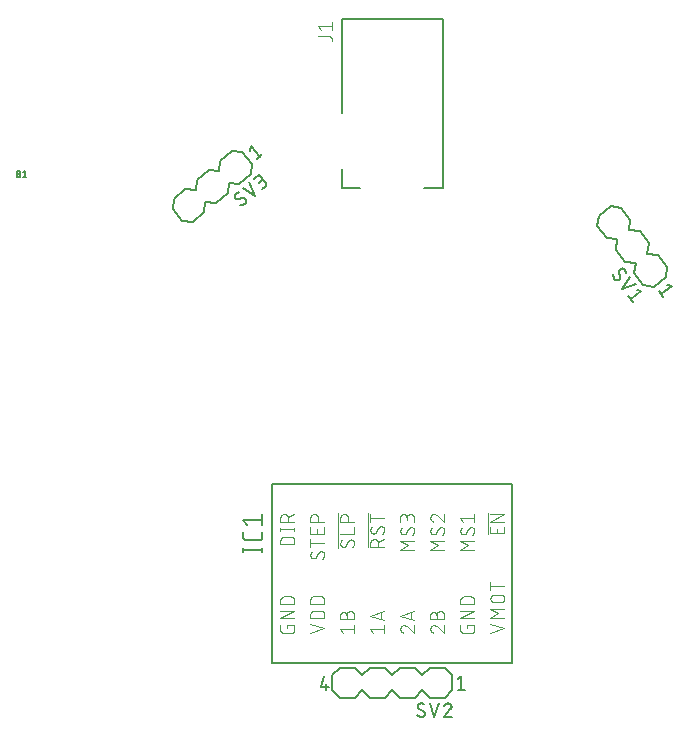
<source format=gbr>
G04 EAGLE Gerber RS-274X export*
G75*
%MOMM*%
%FSLAX34Y34*%
%LPD*%
%INSilkscreen Top*%
%IPPOS*%
%AMOC8*
5,1,8,0,0,1.08239X$1,22.5*%
G01*
%ADD10C,0.127000*%
%ADD11C,0.101600*%
%ADD12C,0.152400*%
%ADD13C,0.203200*%


D10*
X-317609Y188736D02*
X-316269Y188736D01*
X-316269Y188737D02*
X-316198Y188735D01*
X-316126Y188729D01*
X-316056Y188720D01*
X-315986Y188707D01*
X-315916Y188690D01*
X-315848Y188669D01*
X-315781Y188645D01*
X-315715Y188617D01*
X-315651Y188586D01*
X-315588Y188551D01*
X-315528Y188513D01*
X-315469Y188472D01*
X-315413Y188428D01*
X-315359Y188381D01*
X-315308Y188332D01*
X-315260Y188279D01*
X-315214Y188224D01*
X-315172Y188167D01*
X-315132Y188107D01*
X-315096Y188046D01*
X-315063Y187982D01*
X-315034Y187917D01*
X-315008Y187851D01*
X-314985Y187783D01*
X-314966Y187714D01*
X-314951Y187644D01*
X-314940Y187574D01*
X-314932Y187503D01*
X-314928Y187432D01*
X-314928Y187360D01*
X-314932Y187289D01*
X-314940Y187218D01*
X-314951Y187148D01*
X-314966Y187078D01*
X-314985Y187009D01*
X-315008Y186941D01*
X-315034Y186875D01*
X-315063Y186810D01*
X-315096Y186746D01*
X-315132Y186685D01*
X-315172Y186625D01*
X-315214Y186568D01*
X-315260Y186513D01*
X-315308Y186460D01*
X-315359Y186411D01*
X-315413Y186364D01*
X-315469Y186320D01*
X-315528Y186279D01*
X-315588Y186241D01*
X-315651Y186206D01*
X-315715Y186175D01*
X-315781Y186147D01*
X-315848Y186123D01*
X-315916Y186102D01*
X-315986Y186085D01*
X-316056Y186072D01*
X-316126Y186063D01*
X-316198Y186057D01*
X-316269Y186055D01*
X-317609Y186055D01*
X-317609Y190881D01*
X-316269Y190881D01*
X-316204Y190879D01*
X-316140Y190873D01*
X-316076Y190863D01*
X-316012Y190850D01*
X-315950Y190832D01*
X-315889Y190811D01*
X-315829Y190787D01*
X-315771Y190758D01*
X-315714Y190726D01*
X-315660Y190691D01*
X-315608Y190653D01*
X-315558Y190611D01*
X-315511Y190567D01*
X-315467Y190520D01*
X-315425Y190470D01*
X-315387Y190418D01*
X-315352Y190364D01*
X-315320Y190307D01*
X-315291Y190249D01*
X-315267Y190189D01*
X-315246Y190128D01*
X-315228Y190066D01*
X-315215Y190002D01*
X-315205Y189938D01*
X-315199Y189874D01*
X-315197Y189809D01*
X-315199Y189744D01*
X-315205Y189680D01*
X-315215Y189616D01*
X-315228Y189552D01*
X-315246Y189490D01*
X-315267Y189429D01*
X-315291Y189369D01*
X-315320Y189311D01*
X-315352Y189254D01*
X-315387Y189200D01*
X-315425Y189148D01*
X-315467Y189098D01*
X-315511Y189051D01*
X-315558Y189007D01*
X-315608Y188965D01*
X-315660Y188927D01*
X-315714Y188892D01*
X-315771Y188860D01*
X-315829Y188831D01*
X-315889Y188807D01*
X-315950Y188786D01*
X-316012Y188768D01*
X-316076Y188755D01*
X-316140Y188745D01*
X-316204Y188739D01*
X-316269Y188737D01*
X-312452Y189809D02*
X-311112Y190881D01*
X-311112Y186055D01*
X-312452Y186055D02*
X-309771Y186055D01*
X101500Y-73860D02*
X101500Y-225860D01*
X-101500Y-225860D01*
X-101500Y-73860D01*
X101500Y-73860D01*
D11*
X81026Y-99060D02*
X81026Y-116451D01*
X94742Y-115943D02*
X94742Y-110750D01*
X94742Y-115943D02*
X83058Y-115943D01*
X83058Y-110750D01*
X88251Y-112048D02*
X88251Y-115943D01*
X83058Y-106059D02*
X94742Y-106059D01*
X94742Y-99568D02*
X83058Y-106059D01*
X83058Y-99568D02*
X94742Y-99568D01*
X69342Y-129949D02*
X57658Y-129949D01*
X64149Y-126055D01*
X57658Y-122160D01*
X69342Y-122160D01*
X69342Y-113213D02*
X69340Y-113114D01*
X69334Y-113014D01*
X69325Y-112915D01*
X69312Y-112817D01*
X69295Y-112719D01*
X69274Y-112621D01*
X69249Y-112525D01*
X69221Y-112430D01*
X69189Y-112336D01*
X69154Y-112243D01*
X69115Y-112151D01*
X69072Y-112061D01*
X69027Y-111973D01*
X68977Y-111886D01*
X68925Y-111802D01*
X68869Y-111719D01*
X68811Y-111639D01*
X68749Y-111561D01*
X68684Y-111486D01*
X68616Y-111413D01*
X68546Y-111343D01*
X68473Y-111275D01*
X68398Y-111210D01*
X68320Y-111148D01*
X68240Y-111090D01*
X68157Y-111034D01*
X68073Y-110982D01*
X67986Y-110932D01*
X67898Y-110887D01*
X67808Y-110844D01*
X67716Y-110805D01*
X67623Y-110770D01*
X67529Y-110738D01*
X67434Y-110710D01*
X67338Y-110685D01*
X67240Y-110664D01*
X67142Y-110647D01*
X67044Y-110634D01*
X66945Y-110625D01*
X66845Y-110619D01*
X66746Y-110617D01*
X69342Y-113213D02*
X69340Y-113357D01*
X69334Y-113502D01*
X69325Y-113646D01*
X69312Y-113789D01*
X69295Y-113933D01*
X69274Y-114076D01*
X69249Y-114218D01*
X69221Y-114359D01*
X69189Y-114500D01*
X69153Y-114640D01*
X69114Y-114779D01*
X69071Y-114917D01*
X69024Y-115053D01*
X68974Y-115189D01*
X68920Y-115323D01*
X68863Y-115455D01*
X68802Y-115586D01*
X68738Y-115715D01*
X68670Y-115843D01*
X68599Y-115969D01*
X68525Y-116093D01*
X68448Y-116214D01*
X68367Y-116334D01*
X68284Y-116452D01*
X68197Y-116567D01*
X68107Y-116680D01*
X68014Y-116791D01*
X67919Y-116899D01*
X67820Y-117005D01*
X67719Y-117108D01*
X60254Y-116784D02*
X60155Y-116782D01*
X60055Y-116776D01*
X59956Y-116767D01*
X59858Y-116754D01*
X59760Y-116736D01*
X59662Y-116716D01*
X59566Y-116691D01*
X59470Y-116663D01*
X59376Y-116631D01*
X59283Y-116596D01*
X59192Y-116557D01*
X59102Y-116514D01*
X59013Y-116469D01*
X58927Y-116419D01*
X58842Y-116367D01*
X58760Y-116311D01*
X58680Y-116252D01*
X58602Y-116191D01*
X58526Y-116126D01*
X58453Y-116058D01*
X58383Y-115988D01*
X58315Y-115915D01*
X58250Y-115839D01*
X58189Y-115761D01*
X58130Y-115681D01*
X58074Y-115599D01*
X58022Y-115514D01*
X57973Y-115428D01*
X57927Y-115339D01*
X57884Y-115249D01*
X57845Y-115158D01*
X57810Y-115065D01*
X57778Y-114971D01*
X57750Y-114875D01*
X57725Y-114779D01*
X57705Y-114681D01*
X57687Y-114583D01*
X57674Y-114485D01*
X57665Y-114386D01*
X57659Y-114287D01*
X57657Y-114187D01*
X57658Y-114187D02*
X57660Y-114051D01*
X57666Y-113915D01*
X57675Y-113779D01*
X57688Y-113643D01*
X57706Y-113508D01*
X57726Y-113374D01*
X57751Y-113240D01*
X57779Y-113106D01*
X57812Y-112974D01*
X57847Y-112843D01*
X57887Y-112712D01*
X57930Y-112583D01*
X57976Y-112455D01*
X58027Y-112329D01*
X58080Y-112203D01*
X58138Y-112080D01*
X58198Y-111958D01*
X58262Y-111838D01*
X58330Y-111719D01*
X58400Y-111603D01*
X58474Y-111488D01*
X58551Y-111376D01*
X58632Y-111266D01*
X62526Y-115486D02*
X62473Y-115572D01*
X62416Y-115656D01*
X62357Y-115738D01*
X62294Y-115818D01*
X62228Y-115895D01*
X62160Y-115970D01*
X62088Y-116042D01*
X62014Y-116111D01*
X61937Y-116177D01*
X61858Y-116240D01*
X61776Y-116300D01*
X61692Y-116357D01*
X61606Y-116411D01*
X61518Y-116461D01*
X61428Y-116508D01*
X61337Y-116552D01*
X61243Y-116591D01*
X61149Y-116628D01*
X61053Y-116660D01*
X60955Y-116689D01*
X60857Y-116714D01*
X60758Y-116735D01*
X60658Y-116753D01*
X60558Y-116766D01*
X60457Y-116776D01*
X60355Y-116782D01*
X60254Y-116784D01*
X64474Y-111915D02*
X64527Y-111829D01*
X64584Y-111745D01*
X64643Y-111663D01*
X64706Y-111583D01*
X64772Y-111506D01*
X64840Y-111431D01*
X64912Y-111359D01*
X64986Y-111290D01*
X65063Y-111224D01*
X65142Y-111161D01*
X65224Y-111101D01*
X65308Y-111044D01*
X65394Y-110990D01*
X65482Y-110940D01*
X65572Y-110893D01*
X65663Y-110849D01*
X65757Y-110810D01*
X65851Y-110773D01*
X65947Y-110741D01*
X66045Y-110712D01*
X66143Y-110687D01*
X66242Y-110666D01*
X66342Y-110648D01*
X66442Y-110635D01*
X66543Y-110625D01*
X66645Y-110619D01*
X66746Y-110617D01*
X64474Y-111915D02*
X62526Y-115485D01*
X60254Y-106059D02*
X57658Y-102814D01*
X69342Y-102814D01*
X69342Y-106059D02*
X69342Y-99568D01*
X43942Y-129949D02*
X32258Y-129949D01*
X38749Y-126055D01*
X32258Y-122160D01*
X43942Y-122160D01*
X43942Y-113213D02*
X43940Y-113114D01*
X43934Y-113014D01*
X43925Y-112915D01*
X43912Y-112817D01*
X43895Y-112719D01*
X43874Y-112621D01*
X43849Y-112525D01*
X43821Y-112430D01*
X43789Y-112336D01*
X43754Y-112243D01*
X43715Y-112151D01*
X43672Y-112061D01*
X43627Y-111973D01*
X43577Y-111886D01*
X43525Y-111802D01*
X43469Y-111719D01*
X43411Y-111639D01*
X43349Y-111561D01*
X43284Y-111486D01*
X43216Y-111413D01*
X43146Y-111343D01*
X43073Y-111275D01*
X42998Y-111210D01*
X42920Y-111148D01*
X42840Y-111090D01*
X42757Y-111034D01*
X42673Y-110982D01*
X42586Y-110932D01*
X42498Y-110887D01*
X42408Y-110844D01*
X42316Y-110805D01*
X42223Y-110770D01*
X42129Y-110738D01*
X42034Y-110710D01*
X41938Y-110685D01*
X41840Y-110664D01*
X41742Y-110647D01*
X41644Y-110634D01*
X41545Y-110625D01*
X41445Y-110619D01*
X41346Y-110617D01*
X43942Y-113213D02*
X43940Y-113357D01*
X43934Y-113502D01*
X43925Y-113646D01*
X43912Y-113789D01*
X43895Y-113933D01*
X43874Y-114076D01*
X43849Y-114218D01*
X43821Y-114359D01*
X43789Y-114500D01*
X43753Y-114640D01*
X43714Y-114779D01*
X43671Y-114917D01*
X43624Y-115053D01*
X43574Y-115189D01*
X43520Y-115323D01*
X43463Y-115455D01*
X43402Y-115586D01*
X43338Y-115715D01*
X43270Y-115843D01*
X43199Y-115969D01*
X43125Y-116093D01*
X43048Y-116214D01*
X42967Y-116334D01*
X42884Y-116452D01*
X42797Y-116567D01*
X42707Y-116680D01*
X42614Y-116791D01*
X42519Y-116899D01*
X42420Y-117005D01*
X42319Y-117108D01*
X34854Y-116784D02*
X34755Y-116782D01*
X34655Y-116776D01*
X34556Y-116767D01*
X34458Y-116754D01*
X34360Y-116736D01*
X34262Y-116716D01*
X34166Y-116691D01*
X34070Y-116663D01*
X33976Y-116631D01*
X33883Y-116596D01*
X33792Y-116557D01*
X33702Y-116514D01*
X33613Y-116469D01*
X33527Y-116419D01*
X33442Y-116367D01*
X33360Y-116311D01*
X33280Y-116252D01*
X33202Y-116191D01*
X33126Y-116126D01*
X33053Y-116058D01*
X32983Y-115988D01*
X32915Y-115915D01*
X32850Y-115839D01*
X32789Y-115761D01*
X32730Y-115681D01*
X32674Y-115599D01*
X32622Y-115514D01*
X32573Y-115428D01*
X32527Y-115339D01*
X32484Y-115249D01*
X32445Y-115158D01*
X32410Y-115065D01*
X32378Y-114971D01*
X32350Y-114875D01*
X32325Y-114779D01*
X32305Y-114681D01*
X32287Y-114583D01*
X32274Y-114485D01*
X32265Y-114386D01*
X32259Y-114287D01*
X32257Y-114187D01*
X32258Y-114187D02*
X32260Y-114051D01*
X32266Y-113915D01*
X32275Y-113779D01*
X32288Y-113643D01*
X32306Y-113508D01*
X32326Y-113374D01*
X32351Y-113240D01*
X32379Y-113106D01*
X32412Y-112974D01*
X32447Y-112843D01*
X32487Y-112712D01*
X32530Y-112583D01*
X32576Y-112455D01*
X32627Y-112329D01*
X32680Y-112203D01*
X32738Y-112080D01*
X32798Y-111958D01*
X32862Y-111838D01*
X32930Y-111719D01*
X33000Y-111603D01*
X33074Y-111488D01*
X33151Y-111376D01*
X33232Y-111266D01*
X37126Y-115486D02*
X37073Y-115572D01*
X37016Y-115656D01*
X36957Y-115738D01*
X36894Y-115818D01*
X36828Y-115895D01*
X36760Y-115970D01*
X36688Y-116042D01*
X36614Y-116111D01*
X36537Y-116177D01*
X36458Y-116240D01*
X36376Y-116300D01*
X36292Y-116357D01*
X36206Y-116411D01*
X36118Y-116461D01*
X36028Y-116508D01*
X35937Y-116552D01*
X35843Y-116591D01*
X35749Y-116628D01*
X35653Y-116660D01*
X35555Y-116689D01*
X35457Y-116714D01*
X35358Y-116735D01*
X35258Y-116753D01*
X35158Y-116766D01*
X35057Y-116776D01*
X34955Y-116782D01*
X34854Y-116784D01*
X39074Y-111915D02*
X39127Y-111829D01*
X39184Y-111745D01*
X39243Y-111663D01*
X39306Y-111583D01*
X39372Y-111506D01*
X39440Y-111431D01*
X39512Y-111359D01*
X39586Y-111290D01*
X39663Y-111224D01*
X39742Y-111161D01*
X39824Y-111101D01*
X39908Y-111044D01*
X39994Y-110990D01*
X40082Y-110940D01*
X40172Y-110893D01*
X40263Y-110849D01*
X40357Y-110810D01*
X40451Y-110773D01*
X40547Y-110741D01*
X40645Y-110712D01*
X40743Y-110687D01*
X40842Y-110666D01*
X40942Y-110648D01*
X41042Y-110635D01*
X41143Y-110625D01*
X41245Y-110619D01*
X41346Y-110617D01*
X39074Y-111915D02*
X37126Y-115485D01*
X32258Y-102489D02*
X32260Y-102382D01*
X32266Y-102276D01*
X32276Y-102170D01*
X32289Y-102064D01*
X32307Y-101958D01*
X32328Y-101854D01*
X32353Y-101750D01*
X32382Y-101647D01*
X32414Y-101546D01*
X32451Y-101446D01*
X32491Y-101347D01*
X32534Y-101249D01*
X32581Y-101153D01*
X32632Y-101059D01*
X32686Y-100967D01*
X32743Y-100877D01*
X32803Y-100789D01*
X32867Y-100704D01*
X32934Y-100621D01*
X33004Y-100540D01*
X33076Y-100462D01*
X33152Y-100386D01*
X33230Y-100314D01*
X33311Y-100244D01*
X33394Y-100177D01*
X33479Y-100113D01*
X33567Y-100053D01*
X33657Y-99996D01*
X33749Y-99942D01*
X33843Y-99891D01*
X33939Y-99844D01*
X34037Y-99801D01*
X34136Y-99761D01*
X34236Y-99724D01*
X34337Y-99692D01*
X34440Y-99663D01*
X34544Y-99638D01*
X34648Y-99617D01*
X34754Y-99599D01*
X34860Y-99586D01*
X34966Y-99576D01*
X35072Y-99570D01*
X35179Y-99568D01*
X32258Y-102489D02*
X32260Y-102610D01*
X32266Y-102731D01*
X32276Y-102851D01*
X32289Y-102972D01*
X32307Y-103091D01*
X32328Y-103211D01*
X32353Y-103329D01*
X32382Y-103446D01*
X32415Y-103563D01*
X32451Y-103678D01*
X32492Y-103792D01*
X32535Y-103905D01*
X32583Y-104017D01*
X32634Y-104126D01*
X32689Y-104234D01*
X32747Y-104341D01*
X32808Y-104445D01*
X32873Y-104547D01*
X32941Y-104647D01*
X33012Y-104745D01*
X33086Y-104841D01*
X33163Y-104934D01*
X33244Y-105024D01*
X33327Y-105112D01*
X33413Y-105197D01*
X33502Y-105280D01*
X33593Y-105359D01*
X33687Y-105436D01*
X33783Y-105509D01*
X33881Y-105579D01*
X33982Y-105646D01*
X34085Y-105710D01*
X34190Y-105771D01*
X34297Y-105828D01*
X34405Y-105881D01*
X34515Y-105931D01*
X34627Y-105978D01*
X34740Y-106020D01*
X34855Y-106059D01*
X37451Y-100542D02*
X37373Y-100463D01*
X37293Y-100387D01*
X37210Y-100314D01*
X37124Y-100244D01*
X37037Y-100177D01*
X36946Y-100113D01*
X36854Y-100053D01*
X36760Y-99995D01*
X36663Y-99941D01*
X36565Y-99891D01*
X36465Y-99844D01*
X36364Y-99800D01*
X36261Y-99760D01*
X36156Y-99724D01*
X36051Y-99692D01*
X35944Y-99663D01*
X35837Y-99638D01*
X35728Y-99616D01*
X35619Y-99599D01*
X35510Y-99585D01*
X35400Y-99576D01*
X35289Y-99570D01*
X35179Y-99568D01*
X37451Y-100542D02*
X43942Y-106059D01*
X43942Y-99568D01*
X18542Y-129949D02*
X6858Y-129949D01*
X13349Y-126055D01*
X6858Y-122160D01*
X18542Y-122160D01*
X18542Y-113213D02*
X18540Y-113114D01*
X18534Y-113014D01*
X18525Y-112915D01*
X18512Y-112817D01*
X18495Y-112719D01*
X18474Y-112621D01*
X18449Y-112525D01*
X18421Y-112430D01*
X18389Y-112336D01*
X18354Y-112243D01*
X18315Y-112151D01*
X18272Y-112061D01*
X18227Y-111973D01*
X18177Y-111886D01*
X18125Y-111802D01*
X18069Y-111719D01*
X18011Y-111639D01*
X17949Y-111561D01*
X17884Y-111486D01*
X17816Y-111413D01*
X17746Y-111343D01*
X17673Y-111275D01*
X17598Y-111210D01*
X17520Y-111148D01*
X17440Y-111090D01*
X17357Y-111034D01*
X17273Y-110982D01*
X17186Y-110932D01*
X17098Y-110887D01*
X17008Y-110844D01*
X16916Y-110805D01*
X16823Y-110770D01*
X16729Y-110738D01*
X16634Y-110710D01*
X16538Y-110685D01*
X16440Y-110664D01*
X16342Y-110647D01*
X16244Y-110634D01*
X16145Y-110625D01*
X16045Y-110619D01*
X15946Y-110617D01*
X18542Y-113213D02*
X18540Y-113357D01*
X18534Y-113502D01*
X18525Y-113646D01*
X18512Y-113789D01*
X18495Y-113933D01*
X18474Y-114076D01*
X18449Y-114218D01*
X18421Y-114359D01*
X18389Y-114500D01*
X18353Y-114640D01*
X18314Y-114779D01*
X18271Y-114917D01*
X18224Y-115053D01*
X18174Y-115189D01*
X18120Y-115323D01*
X18063Y-115455D01*
X18002Y-115586D01*
X17938Y-115715D01*
X17870Y-115843D01*
X17799Y-115969D01*
X17725Y-116093D01*
X17648Y-116214D01*
X17567Y-116334D01*
X17484Y-116452D01*
X17397Y-116567D01*
X17307Y-116680D01*
X17214Y-116791D01*
X17119Y-116899D01*
X17020Y-117005D01*
X16919Y-117108D01*
X9454Y-116784D02*
X9355Y-116782D01*
X9255Y-116776D01*
X9156Y-116767D01*
X9058Y-116754D01*
X8960Y-116736D01*
X8862Y-116716D01*
X8766Y-116691D01*
X8670Y-116663D01*
X8576Y-116631D01*
X8483Y-116596D01*
X8392Y-116557D01*
X8302Y-116514D01*
X8213Y-116469D01*
X8127Y-116419D01*
X8042Y-116367D01*
X7960Y-116311D01*
X7880Y-116252D01*
X7802Y-116191D01*
X7726Y-116126D01*
X7653Y-116058D01*
X7583Y-115988D01*
X7515Y-115915D01*
X7450Y-115839D01*
X7389Y-115761D01*
X7330Y-115681D01*
X7274Y-115599D01*
X7222Y-115514D01*
X7173Y-115428D01*
X7127Y-115339D01*
X7084Y-115249D01*
X7045Y-115158D01*
X7010Y-115065D01*
X6978Y-114971D01*
X6950Y-114875D01*
X6925Y-114779D01*
X6905Y-114681D01*
X6887Y-114583D01*
X6874Y-114485D01*
X6865Y-114386D01*
X6859Y-114287D01*
X6857Y-114187D01*
X6858Y-114187D02*
X6860Y-114051D01*
X6866Y-113915D01*
X6875Y-113779D01*
X6888Y-113643D01*
X6906Y-113508D01*
X6926Y-113374D01*
X6951Y-113240D01*
X6979Y-113106D01*
X7012Y-112974D01*
X7047Y-112843D01*
X7087Y-112712D01*
X7130Y-112583D01*
X7176Y-112455D01*
X7227Y-112329D01*
X7280Y-112203D01*
X7338Y-112080D01*
X7398Y-111958D01*
X7462Y-111838D01*
X7530Y-111719D01*
X7600Y-111603D01*
X7674Y-111488D01*
X7751Y-111376D01*
X7832Y-111266D01*
X11726Y-115486D02*
X11673Y-115572D01*
X11616Y-115656D01*
X11557Y-115738D01*
X11494Y-115818D01*
X11428Y-115895D01*
X11360Y-115970D01*
X11288Y-116042D01*
X11214Y-116111D01*
X11137Y-116177D01*
X11058Y-116240D01*
X10976Y-116300D01*
X10892Y-116357D01*
X10806Y-116411D01*
X10718Y-116461D01*
X10628Y-116508D01*
X10537Y-116552D01*
X10443Y-116591D01*
X10349Y-116628D01*
X10253Y-116660D01*
X10155Y-116689D01*
X10057Y-116714D01*
X9958Y-116735D01*
X9858Y-116753D01*
X9758Y-116766D01*
X9657Y-116776D01*
X9555Y-116782D01*
X9454Y-116784D01*
X13674Y-111915D02*
X13727Y-111829D01*
X13784Y-111745D01*
X13843Y-111663D01*
X13906Y-111583D01*
X13972Y-111506D01*
X14040Y-111431D01*
X14112Y-111359D01*
X14186Y-111290D01*
X14263Y-111224D01*
X14342Y-111161D01*
X14424Y-111101D01*
X14508Y-111044D01*
X14594Y-110990D01*
X14682Y-110940D01*
X14772Y-110893D01*
X14863Y-110849D01*
X14957Y-110810D01*
X15051Y-110773D01*
X15147Y-110741D01*
X15245Y-110712D01*
X15343Y-110687D01*
X15442Y-110666D01*
X15542Y-110648D01*
X15642Y-110635D01*
X15743Y-110625D01*
X15845Y-110619D01*
X15946Y-110617D01*
X13674Y-111915D02*
X11726Y-115485D01*
X18542Y-106059D02*
X18542Y-102814D01*
X18540Y-102701D01*
X18534Y-102588D01*
X18524Y-102475D01*
X18510Y-102362D01*
X18493Y-102250D01*
X18471Y-102139D01*
X18446Y-102029D01*
X18416Y-101919D01*
X18383Y-101811D01*
X18346Y-101704D01*
X18306Y-101598D01*
X18261Y-101494D01*
X18213Y-101391D01*
X18162Y-101290D01*
X18107Y-101191D01*
X18049Y-101094D01*
X17987Y-100999D01*
X17922Y-100906D01*
X17854Y-100816D01*
X17783Y-100728D01*
X17708Y-100642D01*
X17631Y-100559D01*
X17551Y-100479D01*
X17468Y-100402D01*
X17382Y-100327D01*
X17294Y-100256D01*
X17204Y-100188D01*
X17111Y-100123D01*
X17016Y-100061D01*
X16919Y-100003D01*
X16820Y-99948D01*
X16719Y-99897D01*
X16616Y-99849D01*
X16512Y-99804D01*
X16406Y-99764D01*
X16299Y-99727D01*
X16191Y-99694D01*
X16081Y-99664D01*
X15971Y-99639D01*
X15860Y-99617D01*
X15748Y-99600D01*
X15635Y-99586D01*
X15522Y-99576D01*
X15409Y-99570D01*
X15296Y-99568D01*
X15183Y-99570D01*
X15070Y-99576D01*
X14957Y-99586D01*
X14844Y-99600D01*
X14732Y-99617D01*
X14621Y-99639D01*
X14511Y-99664D01*
X14401Y-99694D01*
X14293Y-99727D01*
X14186Y-99764D01*
X14080Y-99804D01*
X13976Y-99849D01*
X13873Y-99897D01*
X13772Y-99948D01*
X13673Y-100003D01*
X13576Y-100061D01*
X13481Y-100123D01*
X13388Y-100188D01*
X13298Y-100256D01*
X13210Y-100327D01*
X13124Y-100402D01*
X13041Y-100479D01*
X12961Y-100559D01*
X12884Y-100642D01*
X12809Y-100728D01*
X12738Y-100816D01*
X12670Y-100906D01*
X12605Y-100999D01*
X12543Y-101094D01*
X12485Y-101191D01*
X12430Y-101290D01*
X12379Y-101391D01*
X12331Y-101494D01*
X12286Y-101598D01*
X12246Y-101704D01*
X12209Y-101811D01*
X12176Y-101919D01*
X12146Y-102029D01*
X12121Y-102139D01*
X12099Y-102250D01*
X12082Y-102362D01*
X12068Y-102475D01*
X12058Y-102588D01*
X12052Y-102701D01*
X12050Y-102814D01*
X6858Y-102164D02*
X6858Y-106059D01*
X6858Y-102164D02*
X6860Y-102063D01*
X6866Y-101963D01*
X6876Y-101863D01*
X6889Y-101763D01*
X6907Y-101664D01*
X6928Y-101565D01*
X6953Y-101468D01*
X6982Y-101371D01*
X7015Y-101276D01*
X7051Y-101182D01*
X7091Y-101090D01*
X7134Y-100999D01*
X7181Y-100910D01*
X7231Y-100823D01*
X7285Y-100737D01*
X7342Y-100654D01*
X7402Y-100574D01*
X7465Y-100495D01*
X7532Y-100419D01*
X7601Y-100346D01*
X7673Y-100276D01*
X7747Y-100208D01*
X7824Y-100143D01*
X7904Y-100082D01*
X7986Y-100023D01*
X8070Y-99968D01*
X8156Y-99916D01*
X8244Y-99867D01*
X8334Y-99822D01*
X8426Y-99780D01*
X8519Y-99742D01*
X8614Y-99708D01*
X8709Y-99677D01*
X8806Y-99650D01*
X8904Y-99627D01*
X9003Y-99607D01*
X9103Y-99592D01*
X9203Y-99580D01*
X9303Y-99572D01*
X9404Y-99568D01*
X9504Y-99568D01*
X9605Y-99572D01*
X9705Y-99580D01*
X9805Y-99592D01*
X9905Y-99607D01*
X10004Y-99627D01*
X10102Y-99650D01*
X10199Y-99677D01*
X10294Y-99708D01*
X10389Y-99742D01*
X10482Y-99780D01*
X10574Y-99822D01*
X10664Y-99867D01*
X10752Y-99916D01*
X10838Y-99968D01*
X10922Y-100023D01*
X11004Y-100082D01*
X11084Y-100143D01*
X11161Y-100208D01*
X11235Y-100276D01*
X11307Y-100346D01*
X11376Y-100419D01*
X11443Y-100495D01*
X11506Y-100574D01*
X11566Y-100654D01*
X11623Y-100737D01*
X11677Y-100823D01*
X11727Y-100910D01*
X11774Y-100999D01*
X11817Y-101090D01*
X11857Y-101182D01*
X11893Y-101276D01*
X11926Y-101371D01*
X11955Y-101468D01*
X11980Y-101565D01*
X12001Y-101664D01*
X12019Y-101763D01*
X12032Y-101863D01*
X12042Y-101963D01*
X12048Y-102063D01*
X12050Y-102164D01*
X12051Y-102164D02*
X12051Y-104761D01*
X-20574Y-99060D02*
X-20574Y-127829D01*
X-18542Y-127321D02*
X-6858Y-127321D01*
X-18542Y-127321D02*
X-18542Y-124076D01*
X-18540Y-123963D01*
X-18534Y-123850D01*
X-18524Y-123737D01*
X-18510Y-123624D01*
X-18493Y-123512D01*
X-18471Y-123401D01*
X-18446Y-123291D01*
X-18416Y-123181D01*
X-18383Y-123073D01*
X-18346Y-122966D01*
X-18306Y-122860D01*
X-18261Y-122756D01*
X-18213Y-122653D01*
X-18162Y-122552D01*
X-18107Y-122453D01*
X-18049Y-122356D01*
X-17987Y-122261D01*
X-17922Y-122168D01*
X-17854Y-122078D01*
X-17783Y-121990D01*
X-17708Y-121904D01*
X-17631Y-121821D01*
X-17551Y-121741D01*
X-17468Y-121664D01*
X-17382Y-121589D01*
X-17294Y-121518D01*
X-17204Y-121450D01*
X-17111Y-121385D01*
X-17016Y-121323D01*
X-16919Y-121265D01*
X-16820Y-121210D01*
X-16719Y-121159D01*
X-16616Y-121111D01*
X-16512Y-121066D01*
X-16406Y-121026D01*
X-16299Y-120989D01*
X-16191Y-120956D01*
X-16081Y-120926D01*
X-15971Y-120901D01*
X-15860Y-120879D01*
X-15748Y-120862D01*
X-15635Y-120848D01*
X-15522Y-120838D01*
X-15409Y-120832D01*
X-15296Y-120830D01*
X-15183Y-120832D01*
X-15070Y-120838D01*
X-14957Y-120848D01*
X-14844Y-120862D01*
X-14732Y-120879D01*
X-14621Y-120901D01*
X-14511Y-120926D01*
X-14401Y-120956D01*
X-14293Y-120989D01*
X-14186Y-121026D01*
X-14080Y-121066D01*
X-13976Y-121111D01*
X-13873Y-121159D01*
X-13772Y-121210D01*
X-13673Y-121265D01*
X-13576Y-121323D01*
X-13481Y-121385D01*
X-13388Y-121450D01*
X-13298Y-121518D01*
X-13210Y-121589D01*
X-13124Y-121664D01*
X-13041Y-121741D01*
X-12961Y-121821D01*
X-12884Y-121904D01*
X-12809Y-121990D01*
X-12738Y-122078D01*
X-12670Y-122168D01*
X-12605Y-122261D01*
X-12543Y-122356D01*
X-12485Y-122453D01*
X-12430Y-122552D01*
X-12379Y-122653D01*
X-12331Y-122756D01*
X-12286Y-122860D01*
X-12246Y-122966D01*
X-12209Y-123073D01*
X-12176Y-123181D01*
X-12146Y-123291D01*
X-12121Y-123401D01*
X-12099Y-123512D01*
X-12082Y-123624D01*
X-12068Y-123737D01*
X-12058Y-123850D01*
X-12052Y-123963D01*
X-12050Y-124076D01*
X-12051Y-124076D02*
X-12051Y-127321D01*
X-12051Y-123427D02*
X-6858Y-120830D01*
X-6858Y-112451D02*
X-6860Y-112352D01*
X-6866Y-112252D01*
X-6875Y-112153D01*
X-6888Y-112055D01*
X-6905Y-111957D01*
X-6926Y-111859D01*
X-6951Y-111763D01*
X-6979Y-111668D01*
X-7011Y-111574D01*
X-7046Y-111481D01*
X-7085Y-111389D01*
X-7128Y-111299D01*
X-7173Y-111211D01*
X-7223Y-111124D01*
X-7275Y-111040D01*
X-7331Y-110957D01*
X-7389Y-110877D01*
X-7451Y-110799D01*
X-7516Y-110724D01*
X-7584Y-110651D01*
X-7654Y-110581D01*
X-7727Y-110513D01*
X-7802Y-110448D01*
X-7880Y-110386D01*
X-7960Y-110328D01*
X-8043Y-110272D01*
X-8127Y-110220D01*
X-8214Y-110170D01*
X-8302Y-110125D01*
X-8392Y-110082D01*
X-8484Y-110043D01*
X-8577Y-110008D01*
X-8671Y-109976D01*
X-8766Y-109948D01*
X-8862Y-109923D01*
X-8960Y-109902D01*
X-9058Y-109885D01*
X-9156Y-109872D01*
X-9255Y-109863D01*
X-9355Y-109857D01*
X-9454Y-109855D01*
X-6858Y-112451D02*
X-6860Y-112595D01*
X-6866Y-112740D01*
X-6875Y-112884D01*
X-6888Y-113027D01*
X-6905Y-113171D01*
X-6926Y-113314D01*
X-6951Y-113456D01*
X-6979Y-113597D01*
X-7011Y-113738D01*
X-7047Y-113878D01*
X-7086Y-114017D01*
X-7129Y-114155D01*
X-7176Y-114291D01*
X-7226Y-114427D01*
X-7280Y-114561D01*
X-7337Y-114693D01*
X-7398Y-114824D01*
X-7462Y-114953D01*
X-7530Y-115081D01*
X-7601Y-115207D01*
X-7675Y-115331D01*
X-7752Y-115452D01*
X-7833Y-115572D01*
X-7916Y-115690D01*
X-8003Y-115805D01*
X-8093Y-115918D01*
X-8186Y-116029D01*
X-8281Y-116137D01*
X-8380Y-116243D01*
X-8481Y-116346D01*
X-15946Y-116021D02*
X-16045Y-116019D01*
X-16145Y-116013D01*
X-16244Y-116004D01*
X-16342Y-115991D01*
X-16440Y-115974D01*
X-16538Y-115953D01*
X-16634Y-115928D01*
X-16729Y-115900D01*
X-16823Y-115868D01*
X-16916Y-115833D01*
X-17008Y-115794D01*
X-17098Y-115751D01*
X-17186Y-115706D01*
X-17273Y-115656D01*
X-17357Y-115604D01*
X-17440Y-115548D01*
X-17520Y-115490D01*
X-17598Y-115428D01*
X-17673Y-115363D01*
X-17746Y-115295D01*
X-17816Y-115225D01*
X-17884Y-115152D01*
X-17949Y-115077D01*
X-18011Y-114999D01*
X-18069Y-114919D01*
X-18125Y-114836D01*
X-18177Y-114752D01*
X-18227Y-114665D01*
X-18272Y-114577D01*
X-18315Y-114487D01*
X-18354Y-114395D01*
X-18389Y-114302D01*
X-18421Y-114208D01*
X-18449Y-114113D01*
X-18474Y-114017D01*
X-18495Y-113919D01*
X-18512Y-113821D01*
X-18525Y-113723D01*
X-18534Y-113624D01*
X-18540Y-113524D01*
X-18542Y-113425D01*
X-18540Y-113289D01*
X-18534Y-113153D01*
X-18525Y-113017D01*
X-18512Y-112881D01*
X-18494Y-112746D01*
X-18474Y-112612D01*
X-18449Y-112478D01*
X-18421Y-112344D01*
X-18388Y-112212D01*
X-18353Y-112081D01*
X-18313Y-111950D01*
X-18270Y-111821D01*
X-18224Y-111693D01*
X-18173Y-111567D01*
X-18120Y-111441D01*
X-18062Y-111318D01*
X-18002Y-111196D01*
X-17938Y-111076D01*
X-17870Y-110957D01*
X-17800Y-110841D01*
X-17726Y-110727D01*
X-17649Y-110614D01*
X-17568Y-110504D01*
X-13674Y-114724D02*
X-13727Y-114810D01*
X-13784Y-114894D01*
X-13843Y-114976D01*
X-13906Y-115056D01*
X-13972Y-115133D01*
X-14040Y-115208D01*
X-14112Y-115280D01*
X-14186Y-115349D01*
X-14263Y-115415D01*
X-14342Y-115478D01*
X-14424Y-115538D01*
X-14508Y-115595D01*
X-14594Y-115649D01*
X-14682Y-115699D01*
X-14772Y-115746D01*
X-14863Y-115790D01*
X-14957Y-115829D01*
X-15051Y-115866D01*
X-15147Y-115898D01*
X-15245Y-115927D01*
X-15343Y-115952D01*
X-15442Y-115973D01*
X-15542Y-115991D01*
X-15642Y-116004D01*
X-15743Y-116014D01*
X-15845Y-116020D01*
X-15946Y-116022D01*
X-11726Y-111153D02*
X-11673Y-111067D01*
X-11616Y-110983D01*
X-11557Y-110901D01*
X-11494Y-110821D01*
X-11428Y-110744D01*
X-11360Y-110669D01*
X-11288Y-110597D01*
X-11214Y-110528D01*
X-11137Y-110462D01*
X-11058Y-110399D01*
X-10976Y-110339D01*
X-10892Y-110282D01*
X-10806Y-110228D01*
X-10718Y-110178D01*
X-10628Y-110131D01*
X-10537Y-110087D01*
X-10443Y-110048D01*
X-10349Y-110011D01*
X-10253Y-109979D01*
X-10155Y-109950D01*
X-10057Y-109925D01*
X-9958Y-109904D01*
X-9858Y-109886D01*
X-9758Y-109873D01*
X-9657Y-109863D01*
X-9555Y-109857D01*
X-9454Y-109855D01*
X-11726Y-111153D02*
X-13674Y-114723D01*
X-18542Y-102814D02*
X-6858Y-102814D01*
X-18542Y-106059D02*
X-18542Y-99568D01*
X-45974Y-99060D02*
X-45974Y-128072D01*
X-34854Y-121074D02*
X-34755Y-121076D01*
X-34655Y-121082D01*
X-34556Y-121091D01*
X-34458Y-121104D01*
X-34360Y-121121D01*
X-34262Y-121142D01*
X-34166Y-121167D01*
X-34071Y-121195D01*
X-33977Y-121227D01*
X-33884Y-121262D01*
X-33792Y-121301D01*
X-33702Y-121344D01*
X-33614Y-121389D01*
X-33527Y-121439D01*
X-33443Y-121491D01*
X-33360Y-121547D01*
X-33280Y-121605D01*
X-33202Y-121667D01*
X-33127Y-121732D01*
X-33054Y-121800D01*
X-32984Y-121870D01*
X-32916Y-121943D01*
X-32851Y-122018D01*
X-32789Y-122096D01*
X-32731Y-122176D01*
X-32675Y-122259D01*
X-32623Y-122343D01*
X-32573Y-122430D01*
X-32528Y-122518D01*
X-32485Y-122608D01*
X-32446Y-122700D01*
X-32411Y-122793D01*
X-32379Y-122887D01*
X-32351Y-122982D01*
X-32326Y-123078D01*
X-32305Y-123176D01*
X-32288Y-123274D01*
X-32275Y-123372D01*
X-32266Y-123471D01*
X-32260Y-123571D01*
X-32258Y-123670D01*
X-32260Y-123814D01*
X-32266Y-123959D01*
X-32275Y-124103D01*
X-32288Y-124246D01*
X-32305Y-124390D01*
X-32326Y-124533D01*
X-32351Y-124675D01*
X-32379Y-124816D01*
X-32411Y-124957D01*
X-32447Y-125097D01*
X-32486Y-125236D01*
X-32529Y-125374D01*
X-32576Y-125510D01*
X-32626Y-125646D01*
X-32680Y-125780D01*
X-32737Y-125912D01*
X-32798Y-126043D01*
X-32862Y-126172D01*
X-32930Y-126300D01*
X-33001Y-126426D01*
X-33075Y-126550D01*
X-33152Y-126671D01*
X-33233Y-126791D01*
X-33316Y-126909D01*
X-33403Y-127024D01*
X-33493Y-127137D01*
X-33586Y-127248D01*
X-33681Y-127356D01*
X-33780Y-127462D01*
X-33881Y-127565D01*
X-41346Y-127239D02*
X-41445Y-127237D01*
X-41545Y-127231D01*
X-41644Y-127222D01*
X-41742Y-127209D01*
X-41840Y-127192D01*
X-41938Y-127171D01*
X-42034Y-127146D01*
X-42129Y-127118D01*
X-42223Y-127086D01*
X-42316Y-127051D01*
X-42408Y-127012D01*
X-42498Y-126969D01*
X-42586Y-126924D01*
X-42673Y-126874D01*
X-42757Y-126822D01*
X-42840Y-126766D01*
X-42920Y-126708D01*
X-42998Y-126646D01*
X-43073Y-126581D01*
X-43146Y-126513D01*
X-43216Y-126443D01*
X-43284Y-126370D01*
X-43349Y-126295D01*
X-43411Y-126217D01*
X-43469Y-126137D01*
X-43525Y-126054D01*
X-43577Y-125970D01*
X-43627Y-125883D01*
X-43672Y-125795D01*
X-43715Y-125705D01*
X-43754Y-125613D01*
X-43789Y-125520D01*
X-43821Y-125426D01*
X-43849Y-125331D01*
X-43874Y-125235D01*
X-43895Y-125137D01*
X-43912Y-125039D01*
X-43925Y-124941D01*
X-43934Y-124842D01*
X-43940Y-124742D01*
X-43942Y-124643D01*
X-43940Y-124507D01*
X-43934Y-124371D01*
X-43925Y-124235D01*
X-43912Y-124099D01*
X-43894Y-123964D01*
X-43874Y-123830D01*
X-43849Y-123696D01*
X-43821Y-123562D01*
X-43788Y-123430D01*
X-43753Y-123299D01*
X-43713Y-123168D01*
X-43670Y-123039D01*
X-43624Y-122911D01*
X-43573Y-122785D01*
X-43520Y-122659D01*
X-43462Y-122536D01*
X-43402Y-122414D01*
X-43338Y-122294D01*
X-43270Y-122175D01*
X-43200Y-122059D01*
X-43126Y-121945D01*
X-43049Y-121832D01*
X-42968Y-121722D01*
X-39074Y-125942D02*
X-39127Y-126028D01*
X-39184Y-126112D01*
X-39243Y-126194D01*
X-39306Y-126274D01*
X-39372Y-126351D01*
X-39440Y-126426D01*
X-39512Y-126498D01*
X-39586Y-126567D01*
X-39663Y-126633D01*
X-39742Y-126696D01*
X-39824Y-126756D01*
X-39908Y-126813D01*
X-39994Y-126867D01*
X-40082Y-126917D01*
X-40172Y-126964D01*
X-40263Y-127008D01*
X-40357Y-127047D01*
X-40451Y-127084D01*
X-40547Y-127116D01*
X-40645Y-127145D01*
X-40743Y-127170D01*
X-40842Y-127191D01*
X-40942Y-127209D01*
X-41042Y-127222D01*
X-41143Y-127232D01*
X-41245Y-127238D01*
X-41346Y-127240D01*
X-37126Y-122371D02*
X-37073Y-122285D01*
X-37016Y-122201D01*
X-36957Y-122119D01*
X-36894Y-122039D01*
X-36828Y-121962D01*
X-36760Y-121887D01*
X-36688Y-121815D01*
X-36614Y-121746D01*
X-36537Y-121680D01*
X-36458Y-121617D01*
X-36376Y-121557D01*
X-36292Y-121500D01*
X-36206Y-121446D01*
X-36118Y-121396D01*
X-36028Y-121349D01*
X-35937Y-121305D01*
X-35843Y-121266D01*
X-35749Y-121229D01*
X-35653Y-121197D01*
X-35555Y-121168D01*
X-35457Y-121143D01*
X-35358Y-121122D01*
X-35258Y-121104D01*
X-35158Y-121091D01*
X-35057Y-121081D01*
X-34955Y-121075D01*
X-34854Y-121073D01*
X-37126Y-122372D02*
X-39074Y-125942D01*
X-43942Y-116112D02*
X-32258Y-116112D01*
X-32258Y-110919D01*
X-32258Y-106059D02*
X-43942Y-106059D01*
X-43942Y-102814D01*
X-43940Y-102701D01*
X-43934Y-102588D01*
X-43924Y-102475D01*
X-43910Y-102362D01*
X-43893Y-102250D01*
X-43871Y-102139D01*
X-43846Y-102029D01*
X-43816Y-101919D01*
X-43783Y-101811D01*
X-43746Y-101704D01*
X-43706Y-101598D01*
X-43661Y-101494D01*
X-43613Y-101391D01*
X-43562Y-101290D01*
X-43507Y-101191D01*
X-43449Y-101094D01*
X-43387Y-100999D01*
X-43322Y-100906D01*
X-43254Y-100816D01*
X-43183Y-100728D01*
X-43108Y-100642D01*
X-43031Y-100559D01*
X-42951Y-100479D01*
X-42868Y-100402D01*
X-42782Y-100327D01*
X-42694Y-100256D01*
X-42604Y-100188D01*
X-42511Y-100123D01*
X-42416Y-100061D01*
X-42319Y-100003D01*
X-42220Y-99948D01*
X-42119Y-99897D01*
X-42016Y-99849D01*
X-41912Y-99804D01*
X-41806Y-99764D01*
X-41699Y-99727D01*
X-41591Y-99694D01*
X-41481Y-99664D01*
X-41371Y-99639D01*
X-41260Y-99617D01*
X-41148Y-99600D01*
X-41035Y-99586D01*
X-40922Y-99576D01*
X-40809Y-99570D01*
X-40696Y-99568D01*
X-40583Y-99570D01*
X-40470Y-99576D01*
X-40357Y-99586D01*
X-40244Y-99600D01*
X-40132Y-99617D01*
X-40021Y-99639D01*
X-39911Y-99664D01*
X-39801Y-99694D01*
X-39693Y-99727D01*
X-39586Y-99764D01*
X-39480Y-99804D01*
X-39376Y-99849D01*
X-39273Y-99897D01*
X-39172Y-99948D01*
X-39073Y-100003D01*
X-38976Y-100061D01*
X-38881Y-100123D01*
X-38788Y-100188D01*
X-38698Y-100256D01*
X-38610Y-100327D01*
X-38524Y-100402D01*
X-38441Y-100479D01*
X-38361Y-100559D01*
X-38284Y-100642D01*
X-38209Y-100728D01*
X-38138Y-100816D01*
X-38070Y-100906D01*
X-38005Y-100999D01*
X-37943Y-101094D01*
X-37885Y-101191D01*
X-37830Y-101290D01*
X-37779Y-101391D01*
X-37731Y-101494D01*
X-37686Y-101598D01*
X-37646Y-101704D01*
X-37609Y-101811D01*
X-37576Y-101919D01*
X-37546Y-102029D01*
X-37521Y-102139D01*
X-37499Y-102250D01*
X-37482Y-102362D01*
X-37468Y-102475D01*
X-37458Y-102588D01*
X-37452Y-102701D01*
X-37450Y-102814D01*
X-37451Y-102814D02*
X-37451Y-106059D01*
X-60254Y-130980D02*
X-60155Y-130982D01*
X-60055Y-130988D01*
X-59956Y-130997D01*
X-59858Y-131010D01*
X-59760Y-131027D01*
X-59662Y-131048D01*
X-59566Y-131073D01*
X-59471Y-131101D01*
X-59377Y-131133D01*
X-59284Y-131168D01*
X-59192Y-131207D01*
X-59102Y-131250D01*
X-59014Y-131295D01*
X-58927Y-131345D01*
X-58843Y-131397D01*
X-58760Y-131453D01*
X-58680Y-131511D01*
X-58602Y-131573D01*
X-58527Y-131638D01*
X-58454Y-131706D01*
X-58384Y-131776D01*
X-58316Y-131849D01*
X-58251Y-131924D01*
X-58189Y-132002D01*
X-58131Y-132082D01*
X-58075Y-132165D01*
X-58023Y-132249D01*
X-57973Y-132336D01*
X-57928Y-132424D01*
X-57885Y-132514D01*
X-57846Y-132606D01*
X-57811Y-132699D01*
X-57779Y-132793D01*
X-57751Y-132888D01*
X-57726Y-132984D01*
X-57705Y-133082D01*
X-57688Y-133180D01*
X-57675Y-133278D01*
X-57666Y-133377D01*
X-57660Y-133477D01*
X-57658Y-133576D01*
X-57660Y-133720D01*
X-57666Y-133865D01*
X-57675Y-134009D01*
X-57688Y-134152D01*
X-57705Y-134296D01*
X-57726Y-134439D01*
X-57751Y-134581D01*
X-57779Y-134722D01*
X-57811Y-134863D01*
X-57847Y-135003D01*
X-57886Y-135142D01*
X-57929Y-135280D01*
X-57976Y-135416D01*
X-58026Y-135552D01*
X-58080Y-135686D01*
X-58137Y-135818D01*
X-58198Y-135949D01*
X-58262Y-136078D01*
X-58330Y-136206D01*
X-58401Y-136332D01*
X-58475Y-136456D01*
X-58552Y-136577D01*
X-58633Y-136697D01*
X-58716Y-136815D01*
X-58803Y-136930D01*
X-58893Y-137043D01*
X-58986Y-137154D01*
X-59081Y-137262D01*
X-59180Y-137368D01*
X-59281Y-137471D01*
X-66746Y-137145D02*
X-66845Y-137143D01*
X-66945Y-137137D01*
X-67044Y-137128D01*
X-67142Y-137115D01*
X-67240Y-137098D01*
X-67338Y-137077D01*
X-67434Y-137052D01*
X-67529Y-137024D01*
X-67623Y-136992D01*
X-67716Y-136957D01*
X-67808Y-136918D01*
X-67898Y-136875D01*
X-67986Y-136830D01*
X-68073Y-136780D01*
X-68157Y-136728D01*
X-68240Y-136672D01*
X-68320Y-136614D01*
X-68398Y-136552D01*
X-68473Y-136487D01*
X-68546Y-136419D01*
X-68616Y-136349D01*
X-68684Y-136276D01*
X-68749Y-136201D01*
X-68811Y-136123D01*
X-68869Y-136043D01*
X-68925Y-135960D01*
X-68977Y-135876D01*
X-69027Y-135789D01*
X-69072Y-135701D01*
X-69115Y-135611D01*
X-69154Y-135519D01*
X-69189Y-135426D01*
X-69221Y-135332D01*
X-69249Y-135237D01*
X-69274Y-135141D01*
X-69295Y-135043D01*
X-69312Y-134945D01*
X-69325Y-134847D01*
X-69334Y-134748D01*
X-69340Y-134648D01*
X-69342Y-134549D01*
X-69340Y-134413D01*
X-69334Y-134277D01*
X-69325Y-134141D01*
X-69312Y-134005D01*
X-69294Y-133870D01*
X-69274Y-133736D01*
X-69249Y-133602D01*
X-69221Y-133468D01*
X-69188Y-133336D01*
X-69153Y-133205D01*
X-69113Y-133074D01*
X-69070Y-132945D01*
X-69024Y-132817D01*
X-68973Y-132691D01*
X-68920Y-132565D01*
X-68862Y-132442D01*
X-68802Y-132320D01*
X-68738Y-132200D01*
X-68670Y-132081D01*
X-68600Y-131965D01*
X-68526Y-131851D01*
X-68449Y-131738D01*
X-68368Y-131628D01*
X-64474Y-135848D02*
X-64527Y-135934D01*
X-64584Y-136018D01*
X-64643Y-136100D01*
X-64706Y-136180D01*
X-64772Y-136257D01*
X-64840Y-136332D01*
X-64912Y-136404D01*
X-64986Y-136473D01*
X-65063Y-136539D01*
X-65142Y-136602D01*
X-65224Y-136662D01*
X-65308Y-136719D01*
X-65394Y-136773D01*
X-65482Y-136823D01*
X-65572Y-136870D01*
X-65663Y-136914D01*
X-65757Y-136953D01*
X-65851Y-136990D01*
X-65947Y-137022D01*
X-66045Y-137051D01*
X-66143Y-137076D01*
X-66242Y-137097D01*
X-66342Y-137115D01*
X-66442Y-137128D01*
X-66543Y-137138D01*
X-66645Y-137144D01*
X-66746Y-137146D01*
X-62526Y-132277D02*
X-62473Y-132191D01*
X-62416Y-132107D01*
X-62357Y-132025D01*
X-62294Y-131945D01*
X-62228Y-131868D01*
X-62160Y-131793D01*
X-62088Y-131721D01*
X-62014Y-131652D01*
X-61937Y-131586D01*
X-61858Y-131523D01*
X-61776Y-131463D01*
X-61692Y-131406D01*
X-61606Y-131352D01*
X-61518Y-131302D01*
X-61428Y-131255D01*
X-61337Y-131211D01*
X-61243Y-131172D01*
X-61149Y-131135D01*
X-61053Y-131103D01*
X-60955Y-131074D01*
X-60857Y-131049D01*
X-60758Y-131028D01*
X-60658Y-131010D01*
X-60558Y-130997D01*
X-60457Y-130987D01*
X-60355Y-130981D01*
X-60254Y-130979D01*
X-62526Y-132278D02*
X-64474Y-135848D01*
X-69342Y-123938D02*
X-57658Y-123938D01*
X-69342Y-127183D02*
X-69342Y-120692D01*
X-57658Y-116112D02*
X-57658Y-110919D01*
X-57658Y-116112D02*
X-69342Y-116112D01*
X-69342Y-110919D01*
X-64149Y-112217D02*
X-64149Y-116112D01*
X-69342Y-106059D02*
X-57658Y-106059D01*
X-69342Y-106059D02*
X-69342Y-102814D01*
X-69340Y-102701D01*
X-69334Y-102588D01*
X-69324Y-102475D01*
X-69310Y-102362D01*
X-69293Y-102250D01*
X-69271Y-102139D01*
X-69246Y-102029D01*
X-69216Y-101919D01*
X-69183Y-101811D01*
X-69146Y-101704D01*
X-69106Y-101598D01*
X-69061Y-101494D01*
X-69013Y-101391D01*
X-68962Y-101290D01*
X-68907Y-101191D01*
X-68849Y-101094D01*
X-68787Y-100999D01*
X-68722Y-100906D01*
X-68654Y-100816D01*
X-68583Y-100728D01*
X-68508Y-100642D01*
X-68431Y-100559D01*
X-68351Y-100479D01*
X-68268Y-100402D01*
X-68182Y-100327D01*
X-68094Y-100256D01*
X-68004Y-100188D01*
X-67911Y-100123D01*
X-67816Y-100061D01*
X-67719Y-100003D01*
X-67620Y-99948D01*
X-67519Y-99897D01*
X-67416Y-99849D01*
X-67312Y-99804D01*
X-67206Y-99764D01*
X-67099Y-99727D01*
X-66991Y-99694D01*
X-66881Y-99664D01*
X-66771Y-99639D01*
X-66660Y-99617D01*
X-66548Y-99600D01*
X-66435Y-99586D01*
X-66322Y-99576D01*
X-66209Y-99570D01*
X-66096Y-99568D01*
X-65983Y-99570D01*
X-65870Y-99576D01*
X-65757Y-99586D01*
X-65644Y-99600D01*
X-65532Y-99617D01*
X-65421Y-99639D01*
X-65311Y-99664D01*
X-65201Y-99694D01*
X-65093Y-99727D01*
X-64986Y-99764D01*
X-64880Y-99804D01*
X-64776Y-99849D01*
X-64673Y-99897D01*
X-64572Y-99948D01*
X-64473Y-100003D01*
X-64376Y-100061D01*
X-64281Y-100123D01*
X-64188Y-100188D01*
X-64098Y-100256D01*
X-64010Y-100327D01*
X-63924Y-100402D01*
X-63841Y-100479D01*
X-63761Y-100559D01*
X-63684Y-100642D01*
X-63609Y-100728D01*
X-63538Y-100816D01*
X-63470Y-100906D01*
X-63405Y-100999D01*
X-63343Y-101094D01*
X-63285Y-101191D01*
X-63230Y-101290D01*
X-63179Y-101391D01*
X-63131Y-101494D01*
X-63086Y-101598D01*
X-63046Y-101704D01*
X-63009Y-101811D01*
X-62976Y-101919D01*
X-62946Y-102029D01*
X-62921Y-102139D01*
X-62899Y-102250D01*
X-62882Y-102362D01*
X-62868Y-102475D01*
X-62858Y-102588D01*
X-62852Y-102701D01*
X-62850Y-102814D01*
X-62851Y-102814D02*
X-62851Y-106059D01*
X-83058Y-125183D02*
X-94742Y-125183D01*
X-94742Y-121937D01*
X-94740Y-121824D01*
X-94734Y-121711D01*
X-94724Y-121598D01*
X-94710Y-121485D01*
X-94693Y-121373D01*
X-94671Y-121262D01*
X-94646Y-121152D01*
X-94616Y-121042D01*
X-94583Y-120934D01*
X-94546Y-120827D01*
X-94506Y-120721D01*
X-94461Y-120617D01*
X-94413Y-120514D01*
X-94362Y-120413D01*
X-94307Y-120314D01*
X-94249Y-120217D01*
X-94187Y-120122D01*
X-94122Y-120029D01*
X-94054Y-119939D01*
X-93983Y-119851D01*
X-93908Y-119765D01*
X-93831Y-119682D01*
X-93751Y-119602D01*
X-93668Y-119525D01*
X-93582Y-119450D01*
X-93494Y-119379D01*
X-93404Y-119311D01*
X-93311Y-119246D01*
X-93216Y-119184D01*
X-93119Y-119126D01*
X-93020Y-119071D01*
X-92919Y-119020D01*
X-92816Y-118972D01*
X-92712Y-118927D01*
X-92606Y-118887D01*
X-92499Y-118850D01*
X-92391Y-118817D01*
X-92281Y-118787D01*
X-92171Y-118762D01*
X-92060Y-118740D01*
X-91948Y-118723D01*
X-91835Y-118709D01*
X-91722Y-118699D01*
X-91609Y-118693D01*
X-91496Y-118691D01*
X-91496Y-118692D02*
X-86304Y-118692D01*
X-86304Y-118691D02*
X-86191Y-118693D01*
X-86078Y-118699D01*
X-85965Y-118709D01*
X-85852Y-118723D01*
X-85740Y-118740D01*
X-85629Y-118762D01*
X-85519Y-118787D01*
X-85409Y-118817D01*
X-85301Y-118850D01*
X-85194Y-118887D01*
X-85088Y-118927D01*
X-84984Y-118972D01*
X-84881Y-119020D01*
X-84780Y-119071D01*
X-84681Y-119126D01*
X-84584Y-119184D01*
X-84489Y-119246D01*
X-84396Y-119311D01*
X-84306Y-119379D01*
X-84218Y-119450D01*
X-84132Y-119525D01*
X-84049Y-119602D01*
X-83969Y-119682D01*
X-83892Y-119765D01*
X-83817Y-119851D01*
X-83746Y-119939D01*
X-83678Y-120029D01*
X-83613Y-120122D01*
X-83551Y-120217D01*
X-83493Y-120314D01*
X-83438Y-120413D01*
X-83387Y-120514D01*
X-83339Y-120617D01*
X-83294Y-120721D01*
X-83254Y-120827D01*
X-83217Y-120934D01*
X-83184Y-121042D01*
X-83154Y-121152D01*
X-83129Y-121262D01*
X-83107Y-121373D01*
X-83090Y-121485D01*
X-83076Y-121598D01*
X-83066Y-121711D01*
X-83060Y-121824D01*
X-83058Y-121937D01*
X-83058Y-125183D01*
X-83058Y-112412D02*
X-94742Y-112412D01*
X-83058Y-113710D02*
X-83058Y-111114D01*
X-94742Y-111114D02*
X-94742Y-113710D01*
X-94742Y-106059D02*
X-83058Y-106059D01*
X-94742Y-106059D02*
X-94742Y-102814D01*
X-94740Y-102701D01*
X-94734Y-102588D01*
X-94724Y-102475D01*
X-94710Y-102362D01*
X-94693Y-102250D01*
X-94671Y-102139D01*
X-94646Y-102029D01*
X-94616Y-101919D01*
X-94583Y-101811D01*
X-94546Y-101704D01*
X-94506Y-101598D01*
X-94461Y-101494D01*
X-94413Y-101391D01*
X-94362Y-101290D01*
X-94307Y-101191D01*
X-94249Y-101094D01*
X-94187Y-100999D01*
X-94122Y-100906D01*
X-94054Y-100816D01*
X-93983Y-100728D01*
X-93908Y-100642D01*
X-93831Y-100559D01*
X-93751Y-100479D01*
X-93668Y-100402D01*
X-93582Y-100327D01*
X-93494Y-100256D01*
X-93404Y-100188D01*
X-93311Y-100123D01*
X-93216Y-100061D01*
X-93119Y-100003D01*
X-93020Y-99948D01*
X-92919Y-99897D01*
X-92816Y-99849D01*
X-92712Y-99804D01*
X-92606Y-99764D01*
X-92499Y-99727D01*
X-92391Y-99694D01*
X-92281Y-99664D01*
X-92171Y-99639D01*
X-92060Y-99617D01*
X-91948Y-99600D01*
X-91835Y-99586D01*
X-91722Y-99576D01*
X-91609Y-99570D01*
X-91496Y-99568D01*
X-91383Y-99570D01*
X-91270Y-99576D01*
X-91157Y-99586D01*
X-91044Y-99600D01*
X-90932Y-99617D01*
X-90821Y-99639D01*
X-90711Y-99664D01*
X-90601Y-99694D01*
X-90493Y-99727D01*
X-90386Y-99764D01*
X-90280Y-99804D01*
X-90176Y-99849D01*
X-90073Y-99897D01*
X-89972Y-99948D01*
X-89873Y-100003D01*
X-89776Y-100061D01*
X-89681Y-100123D01*
X-89588Y-100188D01*
X-89498Y-100256D01*
X-89410Y-100327D01*
X-89324Y-100402D01*
X-89241Y-100479D01*
X-89161Y-100559D01*
X-89084Y-100642D01*
X-89009Y-100728D01*
X-88938Y-100816D01*
X-88870Y-100906D01*
X-88805Y-100999D01*
X-88743Y-101094D01*
X-88685Y-101191D01*
X-88630Y-101290D01*
X-88579Y-101391D01*
X-88531Y-101494D01*
X-88486Y-101598D01*
X-88446Y-101704D01*
X-88409Y-101811D01*
X-88376Y-101919D01*
X-88346Y-102029D01*
X-88321Y-102139D01*
X-88299Y-102250D01*
X-88282Y-102362D01*
X-88268Y-102475D01*
X-88258Y-102588D01*
X-88252Y-102701D01*
X-88250Y-102814D01*
X-88251Y-102814D02*
X-88251Y-106059D01*
X-88251Y-102164D02*
X-83058Y-99568D01*
X83058Y-200152D02*
X94742Y-196257D01*
X83058Y-192363D01*
X83058Y-187579D02*
X94742Y-187579D01*
X89549Y-183684D02*
X83058Y-187579D01*
X89549Y-183684D02*
X83058Y-179790D01*
X94742Y-179790D01*
X91496Y-174357D02*
X86304Y-174357D01*
X86191Y-174355D01*
X86078Y-174349D01*
X85965Y-174339D01*
X85852Y-174325D01*
X85740Y-174308D01*
X85629Y-174286D01*
X85519Y-174261D01*
X85409Y-174231D01*
X85301Y-174198D01*
X85194Y-174161D01*
X85088Y-174121D01*
X84984Y-174076D01*
X84881Y-174028D01*
X84780Y-173977D01*
X84681Y-173922D01*
X84584Y-173864D01*
X84489Y-173802D01*
X84396Y-173737D01*
X84306Y-173669D01*
X84218Y-173598D01*
X84132Y-173523D01*
X84049Y-173446D01*
X83969Y-173366D01*
X83892Y-173283D01*
X83817Y-173197D01*
X83746Y-173109D01*
X83678Y-173019D01*
X83613Y-172926D01*
X83551Y-172831D01*
X83493Y-172734D01*
X83438Y-172635D01*
X83387Y-172534D01*
X83339Y-172431D01*
X83294Y-172327D01*
X83254Y-172221D01*
X83217Y-172114D01*
X83184Y-172006D01*
X83154Y-171896D01*
X83129Y-171786D01*
X83107Y-171675D01*
X83090Y-171563D01*
X83076Y-171450D01*
X83066Y-171337D01*
X83060Y-171224D01*
X83058Y-171111D01*
X83060Y-170998D01*
X83066Y-170885D01*
X83076Y-170772D01*
X83090Y-170659D01*
X83107Y-170547D01*
X83129Y-170436D01*
X83154Y-170326D01*
X83184Y-170216D01*
X83217Y-170108D01*
X83254Y-170001D01*
X83294Y-169895D01*
X83339Y-169791D01*
X83387Y-169688D01*
X83438Y-169587D01*
X83493Y-169488D01*
X83551Y-169391D01*
X83613Y-169296D01*
X83678Y-169203D01*
X83746Y-169113D01*
X83817Y-169025D01*
X83892Y-168939D01*
X83969Y-168856D01*
X84049Y-168776D01*
X84132Y-168699D01*
X84218Y-168624D01*
X84306Y-168553D01*
X84396Y-168485D01*
X84489Y-168420D01*
X84584Y-168358D01*
X84681Y-168300D01*
X84780Y-168245D01*
X84881Y-168194D01*
X84984Y-168146D01*
X85088Y-168101D01*
X85194Y-168061D01*
X85301Y-168024D01*
X85409Y-167991D01*
X85519Y-167961D01*
X85629Y-167936D01*
X85740Y-167914D01*
X85852Y-167897D01*
X85965Y-167883D01*
X86078Y-167873D01*
X86191Y-167867D01*
X86304Y-167865D01*
X86304Y-167866D02*
X91496Y-167866D01*
X91496Y-167865D02*
X91609Y-167867D01*
X91722Y-167873D01*
X91835Y-167883D01*
X91948Y-167897D01*
X92060Y-167914D01*
X92171Y-167936D01*
X92281Y-167961D01*
X92391Y-167991D01*
X92499Y-168024D01*
X92606Y-168061D01*
X92712Y-168101D01*
X92816Y-168146D01*
X92919Y-168194D01*
X93020Y-168245D01*
X93119Y-168300D01*
X93216Y-168358D01*
X93311Y-168420D01*
X93404Y-168485D01*
X93494Y-168553D01*
X93582Y-168624D01*
X93668Y-168699D01*
X93751Y-168776D01*
X93831Y-168856D01*
X93908Y-168939D01*
X93983Y-169025D01*
X94054Y-169113D01*
X94122Y-169203D01*
X94187Y-169296D01*
X94249Y-169391D01*
X94307Y-169488D01*
X94362Y-169587D01*
X94413Y-169688D01*
X94461Y-169791D01*
X94506Y-169895D01*
X94546Y-170001D01*
X94583Y-170108D01*
X94616Y-170216D01*
X94646Y-170326D01*
X94671Y-170436D01*
X94693Y-170547D01*
X94710Y-170659D01*
X94724Y-170772D01*
X94734Y-170885D01*
X94740Y-170998D01*
X94742Y-171111D01*
X94740Y-171224D01*
X94734Y-171337D01*
X94724Y-171450D01*
X94710Y-171563D01*
X94693Y-171675D01*
X94671Y-171786D01*
X94646Y-171896D01*
X94616Y-172006D01*
X94583Y-172114D01*
X94546Y-172221D01*
X94506Y-172327D01*
X94461Y-172431D01*
X94413Y-172534D01*
X94362Y-172635D01*
X94307Y-172734D01*
X94249Y-172831D01*
X94187Y-172926D01*
X94122Y-173019D01*
X94054Y-173109D01*
X93983Y-173197D01*
X93908Y-173283D01*
X93831Y-173366D01*
X93751Y-173446D01*
X93668Y-173523D01*
X93582Y-173598D01*
X93494Y-173669D01*
X93404Y-173737D01*
X93311Y-173802D01*
X93216Y-173864D01*
X93119Y-173922D01*
X93020Y-173977D01*
X92919Y-174028D01*
X92816Y-174076D01*
X92712Y-174121D01*
X92606Y-174161D01*
X92499Y-174198D01*
X92391Y-174231D01*
X92281Y-174261D01*
X92171Y-174286D01*
X92060Y-174308D01*
X91948Y-174325D01*
X91835Y-174339D01*
X91722Y-174349D01*
X91609Y-174355D01*
X91496Y-174357D01*
X94742Y-160443D02*
X83058Y-160443D01*
X83058Y-157198D02*
X83058Y-163689D01*
X62851Y-193661D02*
X62851Y-195608D01*
X62851Y-193661D02*
X69342Y-193661D01*
X69342Y-197556D01*
X69340Y-197655D01*
X69334Y-197755D01*
X69325Y-197854D01*
X69312Y-197952D01*
X69295Y-198050D01*
X69274Y-198148D01*
X69249Y-198244D01*
X69221Y-198339D01*
X69189Y-198433D01*
X69154Y-198526D01*
X69115Y-198618D01*
X69072Y-198708D01*
X69027Y-198796D01*
X68977Y-198883D01*
X68925Y-198967D01*
X68869Y-199050D01*
X68811Y-199130D01*
X68749Y-199208D01*
X68684Y-199283D01*
X68616Y-199356D01*
X68546Y-199426D01*
X68473Y-199494D01*
X68398Y-199559D01*
X68320Y-199621D01*
X68240Y-199679D01*
X68157Y-199735D01*
X68073Y-199787D01*
X67986Y-199837D01*
X67898Y-199882D01*
X67808Y-199925D01*
X67716Y-199964D01*
X67623Y-199999D01*
X67529Y-200031D01*
X67434Y-200059D01*
X67338Y-200084D01*
X67240Y-200105D01*
X67142Y-200122D01*
X67044Y-200135D01*
X66945Y-200144D01*
X66845Y-200150D01*
X66746Y-200152D01*
X60254Y-200152D01*
X60254Y-200153D02*
X60155Y-200151D01*
X60055Y-200145D01*
X59956Y-200136D01*
X59858Y-200123D01*
X59760Y-200105D01*
X59662Y-200085D01*
X59566Y-200060D01*
X59470Y-200032D01*
X59376Y-200000D01*
X59283Y-199965D01*
X59192Y-199926D01*
X59102Y-199883D01*
X59013Y-199838D01*
X58927Y-199788D01*
X58842Y-199736D01*
X58760Y-199680D01*
X58680Y-199621D01*
X58602Y-199560D01*
X58526Y-199495D01*
X58453Y-199427D01*
X58383Y-199357D01*
X58315Y-199284D01*
X58250Y-199208D01*
X58189Y-199130D01*
X58130Y-199050D01*
X58074Y-198968D01*
X58022Y-198883D01*
X57973Y-198797D01*
X57927Y-198708D01*
X57884Y-198618D01*
X57845Y-198527D01*
X57810Y-198434D01*
X57778Y-198340D01*
X57750Y-198244D01*
X57725Y-198148D01*
X57705Y-198050D01*
X57687Y-197952D01*
X57674Y-197854D01*
X57665Y-197755D01*
X57659Y-197656D01*
X57657Y-197556D01*
X57658Y-197556D02*
X57658Y-193661D01*
X57658Y-187960D02*
X69342Y-187960D01*
X69342Y-181469D02*
X57658Y-187960D01*
X57658Y-181469D02*
X69342Y-181469D01*
X69342Y-175768D02*
X57658Y-175768D01*
X57658Y-172523D01*
X57660Y-172410D01*
X57666Y-172297D01*
X57676Y-172184D01*
X57690Y-172071D01*
X57707Y-171959D01*
X57729Y-171848D01*
X57754Y-171738D01*
X57784Y-171628D01*
X57817Y-171520D01*
X57854Y-171413D01*
X57894Y-171307D01*
X57939Y-171203D01*
X57987Y-171100D01*
X58038Y-170999D01*
X58093Y-170900D01*
X58151Y-170803D01*
X58213Y-170708D01*
X58278Y-170615D01*
X58346Y-170525D01*
X58417Y-170437D01*
X58492Y-170351D01*
X58569Y-170268D01*
X58649Y-170188D01*
X58732Y-170111D01*
X58818Y-170036D01*
X58906Y-169965D01*
X58996Y-169897D01*
X59089Y-169832D01*
X59184Y-169770D01*
X59281Y-169712D01*
X59380Y-169657D01*
X59481Y-169606D01*
X59584Y-169558D01*
X59688Y-169513D01*
X59794Y-169473D01*
X59901Y-169436D01*
X60009Y-169403D01*
X60119Y-169373D01*
X60229Y-169348D01*
X60340Y-169326D01*
X60452Y-169309D01*
X60565Y-169295D01*
X60678Y-169285D01*
X60791Y-169279D01*
X60904Y-169277D01*
X66096Y-169277D01*
X66209Y-169279D01*
X66322Y-169285D01*
X66435Y-169295D01*
X66548Y-169309D01*
X66660Y-169326D01*
X66771Y-169348D01*
X66881Y-169373D01*
X66991Y-169403D01*
X67099Y-169436D01*
X67206Y-169473D01*
X67312Y-169513D01*
X67416Y-169558D01*
X67519Y-169606D01*
X67620Y-169657D01*
X67719Y-169712D01*
X67816Y-169770D01*
X67911Y-169832D01*
X68004Y-169897D01*
X68094Y-169965D01*
X68182Y-170036D01*
X68268Y-170111D01*
X68351Y-170188D01*
X68431Y-170268D01*
X68508Y-170351D01*
X68583Y-170437D01*
X68654Y-170525D01*
X68722Y-170615D01*
X68787Y-170708D01*
X68849Y-170803D01*
X68907Y-170900D01*
X68962Y-170999D01*
X69013Y-171100D01*
X69061Y-171203D01*
X69106Y-171307D01*
X69146Y-171413D01*
X69183Y-171520D01*
X69216Y-171628D01*
X69246Y-171738D01*
X69271Y-171848D01*
X69293Y-171959D01*
X69310Y-172071D01*
X69324Y-172184D01*
X69334Y-172297D01*
X69340Y-172410D01*
X69342Y-172523D01*
X69342Y-175768D01*
X35179Y-193661D02*
X35072Y-193663D01*
X34966Y-193669D01*
X34860Y-193679D01*
X34754Y-193692D01*
X34648Y-193710D01*
X34544Y-193731D01*
X34440Y-193756D01*
X34337Y-193785D01*
X34236Y-193817D01*
X34136Y-193854D01*
X34037Y-193894D01*
X33939Y-193937D01*
X33843Y-193984D01*
X33749Y-194035D01*
X33657Y-194089D01*
X33567Y-194146D01*
X33479Y-194206D01*
X33394Y-194270D01*
X33311Y-194337D01*
X33230Y-194407D01*
X33152Y-194479D01*
X33076Y-194555D01*
X33004Y-194633D01*
X32934Y-194714D01*
X32867Y-194797D01*
X32803Y-194882D01*
X32743Y-194970D01*
X32686Y-195060D01*
X32632Y-195152D01*
X32581Y-195246D01*
X32534Y-195342D01*
X32491Y-195440D01*
X32451Y-195539D01*
X32414Y-195639D01*
X32382Y-195740D01*
X32353Y-195843D01*
X32328Y-195947D01*
X32307Y-196051D01*
X32289Y-196157D01*
X32276Y-196263D01*
X32266Y-196369D01*
X32260Y-196475D01*
X32258Y-196582D01*
X32260Y-196703D01*
X32266Y-196824D01*
X32276Y-196944D01*
X32289Y-197065D01*
X32307Y-197184D01*
X32328Y-197304D01*
X32353Y-197422D01*
X32382Y-197539D01*
X32415Y-197656D01*
X32451Y-197771D01*
X32492Y-197885D01*
X32535Y-197998D01*
X32583Y-198110D01*
X32634Y-198219D01*
X32689Y-198327D01*
X32747Y-198434D01*
X32808Y-198538D01*
X32873Y-198640D01*
X32941Y-198740D01*
X33012Y-198838D01*
X33086Y-198934D01*
X33163Y-199027D01*
X33244Y-199117D01*
X33327Y-199205D01*
X33413Y-199290D01*
X33502Y-199373D01*
X33593Y-199452D01*
X33687Y-199529D01*
X33783Y-199602D01*
X33881Y-199672D01*
X33982Y-199739D01*
X34085Y-199803D01*
X34190Y-199864D01*
X34297Y-199921D01*
X34405Y-199974D01*
X34515Y-200024D01*
X34627Y-200071D01*
X34740Y-200113D01*
X34855Y-200152D01*
X37451Y-194635D02*
X37373Y-194556D01*
X37293Y-194480D01*
X37210Y-194407D01*
X37124Y-194337D01*
X37037Y-194270D01*
X36946Y-194206D01*
X36854Y-194146D01*
X36760Y-194088D01*
X36663Y-194034D01*
X36565Y-193984D01*
X36465Y-193937D01*
X36364Y-193893D01*
X36261Y-193853D01*
X36156Y-193817D01*
X36051Y-193785D01*
X35944Y-193756D01*
X35837Y-193731D01*
X35728Y-193709D01*
X35619Y-193692D01*
X35510Y-193678D01*
X35400Y-193669D01*
X35289Y-193663D01*
X35179Y-193661D01*
X37451Y-194635D02*
X43942Y-200152D01*
X43942Y-193661D01*
X37451Y-188172D02*
X37451Y-184926D01*
X37450Y-184926D02*
X37452Y-184813D01*
X37458Y-184700D01*
X37468Y-184587D01*
X37482Y-184474D01*
X37499Y-184362D01*
X37521Y-184251D01*
X37546Y-184141D01*
X37576Y-184031D01*
X37609Y-183923D01*
X37646Y-183816D01*
X37686Y-183710D01*
X37731Y-183606D01*
X37779Y-183503D01*
X37830Y-183402D01*
X37885Y-183303D01*
X37943Y-183206D01*
X38005Y-183111D01*
X38070Y-183018D01*
X38138Y-182928D01*
X38209Y-182840D01*
X38284Y-182754D01*
X38361Y-182671D01*
X38441Y-182591D01*
X38524Y-182514D01*
X38610Y-182439D01*
X38698Y-182368D01*
X38788Y-182300D01*
X38881Y-182235D01*
X38976Y-182173D01*
X39073Y-182115D01*
X39172Y-182060D01*
X39273Y-182009D01*
X39376Y-181961D01*
X39480Y-181916D01*
X39586Y-181876D01*
X39693Y-181839D01*
X39801Y-181806D01*
X39911Y-181776D01*
X40021Y-181751D01*
X40132Y-181729D01*
X40244Y-181712D01*
X40357Y-181698D01*
X40470Y-181688D01*
X40583Y-181682D01*
X40696Y-181680D01*
X40809Y-181682D01*
X40922Y-181688D01*
X41035Y-181698D01*
X41148Y-181712D01*
X41260Y-181729D01*
X41371Y-181751D01*
X41481Y-181776D01*
X41591Y-181806D01*
X41699Y-181839D01*
X41806Y-181876D01*
X41912Y-181916D01*
X42016Y-181961D01*
X42119Y-182009D01*
X42220Y-182060D01*
X42319Y-182115D01*
X42416Y-182173D01*
X42511Y-182235D01*
X42604Y-182300D01*
X42694Y-182368D01*
X42782Y-182439D01*
X42868Y-182514D01*
X42951Y-182591D01*
X43031Y-182671D01*
X43108Y-182754D01*
X43183Y-182840D01*
X43254Y-182928D01*
X43322Y-183018D01*
X43387Y-183111D01*
X43449Y-183206D01*
X43507Y-183303D01*
X43562Y-183402D01*
X43613Y-183503D01*
X43661Y-183606D01*
X43706Y-183710D01*
X43746Y-183816D01*
X43783Y-183923D01*
X43816Y-184031D01*
X43846Y-184141D01*
X43871Y-184251D01*
X43893Y-184362D01*
X43910Y-184474D01*
X43924Y-184587D01*
X43934Y-184700D01*
X43940Y-184813D01*
X43942Y-184926D01*
X43942Y-188172D01*
X32258Y-188172D01*
X32258Y-184926D01*
X32260Y-184825D01*
X32266Y-184725D01*
X32276Y-184625D01*
X32289Y-184525D01*
X32307Y-184426D01*
X32328Y-184327D01*
X32353Y-184230D01*
X32382Y-184133D01*
X32415Y-184038D01*
X32451Y-183944D01*
X32491Y-183852D01*
X32534Y-183761D01*
X32581Y-183672D01*
X32631Y-183585D01*
X32685Y-183499D01*
X32742Y-183416D01*
X32802Y-183336D01*
X32865Y-183257D01*
X32932Y-183181D01*
X33001Y-183108D01*
X33073Y-183038D01*
X33147Y-182970D01*
X33224Y-182905D01*
X33304Y-182844D01*
X33386Y-182785D01*
X33470Y-182730D01*
X33556Y-182678D01*
X33644Y-182629D01*
X33734Y-182584D01*
X33826Y-182542D01*
X33919Y-182504D01*
X34014Y-182470D01*
X34109Y-182439D01*
X34206Y-182412D01*
X34304Y-182389D01*
X34403Y-182369D01*
X34503Y-182354D01*
X34603Y-182342D01*
X34703Y-182334D01*
X34804Y-182330D01*
X34904Y-182330D01*
X35005Y-182334D01*
X35105Y-182342D01*
X35205Y-182354D01*
X35305Y-182369D01*
X35404Y-182389D01*
X35502Y-182412D01*
X35599Y-182439D01*
X35694Y-182470D01*
X35789Y-182504D01*
X35882Y-182542D01*
X35974Y-182584D01*
X36064Y-182629D01*
X36152Y-182678D01*
X36238Y-182730D01*
X36322Y-182785D01*
X36404Y-182844D01*
X36484Y-182905D01*
X36561Y-182970D01*
X36635Y-183038D01*
X36707Y-183108D01*
X36776Y-183181D01*
X36843Y-183257D01*
X36906Y-183336D01*
X36966Y-183416D01*
X37023Y-183499D01*
X37077Y-183585D01*
X37127Y-183672D01*
X37174Y-183761D01*
X37217Y-183852D01*
X37257Y-183944D01*
X37293Y-184038D01*
X37326Y-184133D01*
X37355Y-184230D01*
X37380Y-184327D01*
X37401Y-184426D01*
X37419Y-184525D01*
X37432Y-184625D01*
X37442Y-184725D01*
X37448Y-184825D01*
X37450Y-184926D01*
X9779Y-193661D02*
X9672Y-193663D01*
X9566Y-193669D01*
X9460Y-193679D01*
X9354Y-193692D01*
X9248Y-193710D01*
X9144Y-193731D01*
X9040Y-193756D01*
X8937Y-193785D01*
X8836Y-193817D01*
X8736Y-193854D01*
X8637Y-193894D01*
X8539Y-193937D01*
X8443Y-193984D01*
X8349Y-194035D01*
X8257Y-194089D01*
X8167Y-194146D01*
X8079Y-194206D01*
X7994Y-194270D01*
X7911Y-194337D01*
X7830Y-194407D01*
X7752Y-194479D01*
X7676Y-194555D01*
X7604Y-194633D01*
X7534Y-194714D01*
X7467Y-194797D01*
X7403Y-194882D01*
X7343Y-194970D01*
X7286Y-195060D01*
X7232Y-195152D01*
X7181Y-195246D01*
X7134Y-195342D01*
X7091Y-195440D01*
X7051Y-195539D01*
X7014Y-195639D01*
X6982Y-195740D01*
X6953Y-195843D01*
X6928Y-195947D01*
X6907Y-196051D01*
X6889Y-196157D01*
X6876Y-196263D01*
X6866Y-196369D01*
X6860Y-196475D01*
X6858Y-196582D01*
X6860Y-196703D01*
X6866Y-196824D01*
X6876Y-196944D01*
X6889Y-197065D01*
X6907Y-197184D01*
X6928Y-197304D01*
X6953Y-197422D01*
X6982Y-197539D01*
X7015Y-197656D01*
X7051Y-197771D01*
X7092Y-197885D01*
X7135Y-197998D01*
X7183Y-198110D01*
X7234Y-198219D01*
X7289Y-198327D01*
X7347Y-198434D01*
X7408Y-198538D01*
X7473Y-198640D01*
X7541Y-198740D01*
X7612Y-198838D01*
X7686Y-198934D01*
X7763Y-199027D01*
X7844Y-199117D01*
X7927Y-199205D01*
X8013Y-199290D01*
X8102Y-199373D01*
X8193Y-199452D01*
X8287Y-199529D01*
X8383Y-199602D01*
X8481Y-199672D01*
X8582Y-199739D01*
X8685Y-199803D01*
X8790Y-199864D01*
X8897Y-199921D01*
X9005Y-199974D01*
X9115Y-200024D01*
X9227Y-200071D01*
X9340Y-200113D01*
X9455Y-200152D01*
X12051Y-194635D02*
X11973Y-194556D01*
X11893Y-194480D01*
X11810Y-194407D01*
X11724Y-194337D01*
X11637Y-194270D01*
X11546Y-194206D01*
X11454Y-194146D01*
X11360Y-194088D01*
X11263Y-194034D01*
X11165Y-193984D01*
X11065Y-193937D01*
X10964Y-193893D01*
X10861Y-193853D01*
X10756Y-193817D01*
X10651Y-193785D01*
X10544Y-193756D01*
X10437Y-193731D01*
X10328Y-193709D01*
X10219Y-193692D01*
X10110Y-193678D01*
X10000Y-193669D01*
X9889Y-193663D01*
X9779Y-193661D01*
X12051Y-194635D02*
X18542Y-200152D01*
X18542Y-193661D01*
X18542Y-189371D02*
X6858Y-185476D01*
X18542Y-181582D01*
X15621Y-182555D02*
X15621Y-188397D01*
X-15946Y-200152D02*
X-18542Y-196906D01*
X-6858Y-196906D01*
X-6858Y-193661D02*
X-6858Y-200152D01*
X-6858Y-189371D02*
X-18542Y-185476D01*
X-6858Y-181582D01*
X-9779Y-182555D02*
X-9779Y-188397D01*
X-41346Y-200152D02*
X-43942Y-196906D01*
X-32258Y-196906D01*
X-32258Y-193661D02*
X-32258Y-200152D01*
X-38749Y-188172D02*
X-38749Y-184926D01*
X-38750Y-184926D02*
X-38748Y-184813D01*
X-38742Y-184700D01*
X-38732Y-184587D01*
X-38718Y-184474D01*
X-38701Y-184362D01*
X-38679Y-184251D01*
X-38654Y-184141D01*
X-38624Y-184031D01*
X-38591Y-183923D01*
X-38554Y-183816D01*
X-38514Y-183710D01*
X-38469Y-183606D01*
X-38421Y-183503D01*
X-38370Y-183402D01*
X-38315Y-183303D01*
X-38257Y-183206D01*
X-38195Y-183111D01*
X-38130Y-183018D01*
X-38062Y-182928D01*
X-37991Y-182840D01*
X-37916Y-182754D01*
X-37839Y-182671D01*
X-37759Y-182591D01*
X-37676Y-182514D01*
X-37590Y-182439D01*
X-37502Y-182368D01*
X-37412Y-182300D01*
X-37319Y-182235D01*
X-37224Y-182173D01*
X-37127Y-182115D01*
X-37028Y-182060D01*
X-36927Y-182009D01*
X-36824Y-181961D01*
X-36720Y-181916D01*
X-36614Y-181876D01*
X-36507Y-181839D01*
X-36399Y-181806D01*
X-36289Y-181776D01*
X-36179Y-181751D01*
X-36068Y-181729D01*
X-35956Y-181712D01*
X-35843Y-181698D01*
X-35730Y-181688D01*
X-35617Y-181682D01*
X-35504Y-181680D01*
X-35391Y-181682D01*
X-35278Y-181688D01*
X-35165Y-181698D01*
X-35052Y-181712D01*
X-34940Y-181729D01*
X-34829Y-181751D01*
X-34719Y-181776D01*
X-34609Y-181806D01*
X-34501Y-181839D01*
X-34394Y-181876D01*
X-34288Y-181916D01*
X-34184Y-181961D01*
X-34081Y-182009D01*
X-33980Y-182060D01*
X-33881Y-182115D01*
X-33784Y-182173D01*
X-33689Y-182235D01*
X-33596Y-182300D01*
X-33506Y-182368D01*
X-33418Y-182439D01*
X-33332Y-182514D01*
X-33249Y-182591D01*
X-33169Y-182671D01*
X-33092Y-182754D01*
X-33017Y-182840D01*
X-32946Y-182928D01*
X-32878Y-183018D01*
X-32813Y-183111D01*
X-32751Y-183206D01*
X-32693Y-183303D01*
X-32638Y-183402D01*
X-32587Y-183503D01*
X-32539Y-183606D01*
X-32494Y-183710D01*
X-32454Y-183816D01*
X-32417Y-183923D01*
X-32384Y-184031D01*
X-32354Y-184141D01*
X-32329Y-184251D01*
X-32307Y-184362D01*
X-32290Y-184474D01*
X-32276Y-184587D01*
X-32266Y-184700D01*
X-32260Y-184813D01*
X-32258Y-184926D01*
X-32258Y-188172D01*
X-43942Y-188172D01*
X-43942Y-184926D01*
X-43940Y-184825D01*
X-43934Y-184725D01*
X-43924Y-184625D01*
X-43911Y-184525D01*
X-43893Y-184426D01*
X-43872Y-184327D01*
X-43847Y-184230D01*
X-43818Y-184133D01*
X-43785Y-184038D01*
X-43749Y-183944D01*
X-43709Y-183852D01*
X-43666Y-183761D01*
X-43619Y-183672D01*
X-43569Y-183585D01*
X-43515Y-183499D01*
X-43458Y-183416D01*
X-43398Y-183336D01*
X-43335Y-183257D01*
X-43268Y-183181D01*
X-43199Y-183108D01*
X-43127Y-183038D01*
X-43053Y-182970D01*
X-42976Y-182905D01*
X-42896Y-182844D01*
X-42814Y-182785D01*
X-42730Y-182730D01*
X-42644Y-182678D01*
X-42556Y-182629D01*
X-42466Y-182584D01*
X-42374Y-182542D01*
X-42281Y-182504D01*
X-42186Y-182470D01*
X-42091Y-182439D01*
X-41994Y-182412D01*
X-41896Y-182389D01*
X-41797Y-182369D01*
X-41697Y-182354D01*
X-41597Y-182342D01*
X-41497Y-182334D01*
X-41396Y-182330D01*
X-41296Y-182330D01*
X-41195Y-182334D01*
X-41095Y-182342D01*
X-40995Y-182354D01*
X-40895Y-182369D01*
X-40796Y-182389D01*
X-40698Y-182412D01*
X-40601Y-182439D01*
X-40506Y-182470D01*
X-40411Y-182504D01*
X-40318Y-182542D01*
X-40226Y-182584D01*
X-40136Y-182629D01*
X-40048Y-182678D01*
X-39962Y-182730D01*
X-39878Y-182785D01*
X-39796Y-182844D01*
X-39716Y-182905D01*
X-39639Y-182970D01*
X-39565Y-183038D01*
X-39493Y-183108D01*
X-39424Y-183181D01*
X-39357Y-183257D01*
X-39294Y-183336D01*
X-39234Y-183416D01*
X-39177Y-183499D01*
X-39123Y-183585D01*
X-39073Y-183672D01*
X-39026Y-183761D01*
X-38983Y-183852D01*
X-38943Y-183944D01*
X-38907Y-184038D01*
X-38874Y-184133D01*
X-38845Y-184230D01*
X-38820Y-184327D01*
X-38799Y-184426D01*
X-38781Y-184525D01*
X-38768Y-184625D01*
X-38758Y-184725D01*
X-38752Y-184825D01*
X-38750Y-184926D01*
X-57658Y-196257D02*
X-69342Y-200152D01*
X-69342Y-192363D02*
X-57658Y-196257D01*
X-57658Y-187692D02*
X-69342Y-187692D01*
X-69342Y-184446D01*
X-69340Y-184333D01*
X-69334Y-184220D01*
X-69324Y-184107D01*
X-69310Y-183994D01*
X-69293Y-183882D01*
X-69271Y-183771D01*
X-69246Y-183661D01*
X-69216Y-183551D01*
X-69183Y-183443D01*
X-69146Y-183336D01*
X-69106Y-183230D01*
X-69061Y-183126D01*
X-69013Y-183023D01*
X-68962Y-182922D01*
X-68907Y-182823D01*
X-68849Y-182726D01*
X-68787Y-182631D01*
X-68722Y-182538D01*
X-68654Y-182448D01*
X-68583Y-182360D01*
X-68508Y-182274D01*
X-68431Y-182191D01*
X-68351Y-182111D01*
X-68268Y-182034D01*
X-68182Y-181959D01*
X-68094Y-181888D01*
X-68004Y-181820D01*
X-67911Y-181755D01*
X-67816Y-181693D01*
X-67719Y-181635D01*
X-67620Y-181580D01*
X-67519Y-181529D01*
X-67416Y-181481D01*
X-67312Y-181436D01*
X-67206Y-181396D01*
X-67099Y-181359D01*
X-66991Y-181326D01*
X-66881Y-181296D01*
X-66771Y-181271D01*
X-66660Y-181249D01*
X-66548Y-181232D01*
X-66435Y-181218D01*
X-66322Y-181208D01*
X-66209Y-181202D01*
X-66096Y-181200D01*
X-66096Y-181201D02*
X-60904Y-181201D01*
X-60904Y-181200D02*
X-60791Y-181202D01*
X-60678Y-181208D01*
X-60565Y-181218D01*
X-60452Y-181232D01*
X-60340Y-181249D01*
X-60229Y-181271D01*
X-60119Y-181296D01*
X-60009Y-181326D01*
X-59901Y-181359D01*
X-59794Y-181396D01*
X-59688Y-181436D01*
X-59584Y-181481D01*
X-59481Y-181529D01*
X-59380Y-181580D01*
X-59281Y-181635D01*
X-59184Y-181693D01*
X-59089Y-181755D01*
X-58996Y-181820D01*
X-58906Y-181888D01*
X-58818Y-181959D01*
X-58732Y-182034D01*
X-58649Y-182111D01*
X-58569Y-182191D01*
X-58492Y-182274D01*
X-58417Y-182360D01*
X-58346Y-182448D01*
X-58278Y-182538D01*
X-58213Y-182631D01*
X-58151Y-182726D01*
X-58093Y-182823D01*
X-58038Y-182922D01*
X-57987Y-183023D01*
X-57939Y-183126D01*
X-57894Y-183230D01*
X-57854Y-183336D01*
X-57817Y-183443D01*
X-57784Y-183551D01*
X-57754Y-183661D01*
X-57729Y-183771D01*
X-57707Y-183882D01*
X-57690Y-183994D01*
X-57676Y-184107D01*
X-57666Y-184220D01*
X-57660Y-184333D01*
X-57658Y-184446D01*
X-57658Y-187692D01*
X-57658Y-175500D02*
X-69342Y-175500D01*
X-69342Y-172254D01*
X-69340Y-172141D01*
X-69334Y-172028D01*
X-69324Y-171915D01*
X-69310Y-171802D01*
X-69293Y-171690D01*
X-69271Y-171579D01*
X-69246Y-171469D01*
X-69216Y-171359D01*
X-69183Y-171251D01*
X-69146Y-171144D01*
X-69106Y-171038D01*
X-69061Y-170934D01*
X-69013Y-170831D01*
X-68962Y-170730D01*
X-68907Y-170631D01*
X-68849Y-170534D01*
X-68787Y-170439D01*
X-68722Y-170346D01*
X-68654Y-170256D01*
X-68583Y-170168D01*
X-68508Y-170082D01*
X-68431Y-169999D01*
X-68351Y-169919D01*
X-68268Y-169842D01*
X-68182Y-169767D01*
X-68094Y-169696D01*
X-68004Y-169628D01*
X-67911Y-169563D01*
X-67816Y-169501D01*
X-67719Y-169443D01*
X-67620Y-169388D01*
X-67519Y-169337D01*
X-67416Y-169289D01*
X-67312Y-169244D01*
X-67206Y-169204D01*
X-67099Y-169167D01*
X-66991Y-169134D01*
X-66881Y-169104D01*
X-66771Y-169079D01*
X-66660Y-169057D01*
X-66548Y-169040D01*
X-66435Y-169026D01*
X-66322Y-169016D01*
X-66209Y-169010D01*
X-66096Y-169008D01*
X-66096Y-169009D02*
X-60904Y-169009D01*
X-60904Y-169008D02*
X-60791Y-169010D01*
X-60678Y-169016D01*
X-60565Y-169026D01*
X-60452Y-169040D01*
X-60340Y-169057D01*
X-60229Y-169079D01*
X-60119Y-169104D01*
X-60009Y-169134D01*
X-59901Y-169167D01*
X-59794Y-169204D01*
X-59688Y-169244D01*
X-59584Y-169289D01*
X-59481Y-169337D01*
X-59380Y-169388D01*
X-59281Y-169443D01*
X-59184Y-169501D01*
X-59089Y-169563D01*
X-58996Y-169628D01*
X-58906Y-169696D01*
X-58818Y-169767D01*
X-58732Y-169842D01*
X-58649Y-169919D01*
X-58569Y-169999D01*
X-58492Y-170082D01*
X-58417Y-170168D01*
X-58346Y-170256D01*
X-58278Y-170346D01*
X-58213Y-170439D01*
X-58151Y-170534D01*
X-58093Y-170631D01*
X-58038Y-170730D01*
X-57987Y-170831D01*
X-57939Y-170934D01*
X-57894Y-171038D01*
X-57854Y-171144D01*
X-57817Y-171251D01*
X-57784Y-171359D01*
X-57754Y-171469D01*
X-57729Y-171579D01*
X-57707Y-171690D01*
X-57690Y-171802D01*
X-57676Y-171915D01*
X-57666Y-172028D01*
X-57660Y-172141D01*
X-57658Y-172254D01*
X-57658Y-175500D01*
X-89549Y-193661D02*
X-89549Y-195608D01*
X-89549Y-193661D02*
X-83058Y-193661D01*
X-83058Y-197556D01*
X-83060Y-197655D01*
X-83066Y-197755D01*
X-83075Y-197854D01*
X-83088Y-197952D01*
X-83105Y-198050D01*
X-83126Y-198148D01*
X-83151Y-198244D01*
X-83179Y-198339D01*
X-83211Y-198433D01*
X-83246Y-198526D01*
X-83285Y-198618D01*
X-83328Y-198708D01*
X-83373Y-198796D01*
X-83423Y-198883D01*
X-83475Y-198967D01*
X-83531Y-199050D01*
X-83589Y-199130D01*
X-83651Y-199208D01*
X-83716Y-199283D01*
X-83784Y-199356D01*
X-83854Y-199426D01*
X-83927Y-199494D01*
X-84002Y-199559D01*
X-84080Y-199621D01*
X-84160Y-199679D01*
X-84243Y-199735D01*
X-84327Y-199787D01*
X-84414Y-199837D01*
X-84502Y-199882D01*
X-84592Y-199925D01*
X-84684Y-199964D01*
X-84777Y-199999D01*
X-84871Y-200031D01*
X-84966Y-200059D01*
X-85062Y-200084D01*
X-85160Y-200105D01*
X-85258Y-200122D01*
X-85356Y-200135D01*
X-85455Y-200144D01*
X-85555Y-200150D01*
X-85654Y-200152D01*
X-92146Y-200152D01*
X-92245Y-200150D01*
X-92345Y-200144D01*
X-92444Y-200135D01*
X-92542Y-200122D01*
X-92640Y-200105D01*
X-92738Y-200084D01*
X-92834Y-200059D01*
X-92929Y-200031D01*
X-93023Y-199999D01*
X-93116Y-199964D01*
X-93208Y-199925D01*
X-93298Y-199882D01*
X-93386Y-199837D01*
X-93473Y-199787D01*
X-93557Y-199735D01*
X-93640Y-199679D01*
X-93720Y-199621D01*
X-93798Y-199559D01*
X-93873Y-199494D01*
X-93946Y-199426D01*
X-94016Y-199356D01*
X-94084Y-199283D01*
X-94149Y-199208D01*
X-94211Y-199130D01*
X-94269Y-199050D01*
X-94325Y-198967D01*
X-94377Y-198883D01*
X-94427Y-198796D01*
X-94472Y-198708D01*
X-94515Y-198618D01*
X-94554Y-198526D01*
X-94589Y-198434D01*
X-94621Y-198339D01*
X-94649Y-198244D01*
X-94674Y-198148D01*
X-94695Y-198050D01*
X-94712Y-197952D01*
X-94725Y-197854D01*
X-94734Y-197755D01*
X-94740Y-197655D01*
X-94742Y-197556D01*
X-94742Y-193661D01*
X-94742Y-187960D02*
X-83058Y-187960D01*
X-83058Y-181469D02*
X-94742Y-187960D01*
X-94742Y-181469D02*
X-83058Y-181469D01*
X-83058Y-175768D02*
X-94742Y-175768D01*
X-94742Y-172523D01*
X-94740Y-172410D01*
X-94734Y-172297D01*
X-94724Y-172184D01*
X-94710Y-172071D01*
X-94693Y-171959D01*
X-94671Y-171848D01*
X-94646Y-171738D01*
X-94616Y-171628D01*
X-94583Y-171520D01*
X-94546Y-171413D01*
X-94506Y-171307D01*
X-94461Y-171203D01*
X-94413Y-171100D01*
X-94362Y-170999D01*
X-94307Y-170900D01*
X-94249Y-170803D01*
X-94187Y-170708D01*
X-94122Y-170615D01*
X-94054Y-170525D01*
X-93983Y-170437D01*
X-93908Y-170351D01*
X-93831Y-170268D01*
X-93751Y-170188D01*
X-93668Y-170111D01*
X-93582Y-170036D01*
X-93494Y-169965D01*
X-93404Y-169897D01*
X-93311Y-169832D01*
X-93216Y-169770D01*
X-93119Y-169712D01*
X-93020Y-169657D01*
X-92919Y-169606D01*
X-92816Y-169558D01*
X-92712Y-169513D01*
X-92606Y-169473D01*
X-92499Y-169436D01*
X-92391Y-169403D01*
X-92281Y-169373D01*
X-92171Y-169348D01*
X-92060Y-169326D01*
X-91948Y-169309D01*
X-91835Y-169295D01*
X-91722Y-169285D01*
X-91609Y-169279D01*
X-91496Y-169277D01*
X-86304Y-169277D01*
X-86191Y-169279D01*
X-86078Y-169285D01*
X-85965Y-169295D01*
X-85852Y-169309D01*
X-85740Y-169326D01*
X-85629Y-169348D01*
X-85519Y-169373D01*
X-85409Y-169403D01*
X-85301Y-169436D01*
X-85194Y-169473D01*
X-85088Y-169513D01*
X-84984Y-169558D01*
X-84881Y-169606D01*
X-84780Y-169657D01*
X-84681Y-169712D01*
X-84584Y-169770D01*
X-84489Y-169832D01*
X-84396Y-169897D01*
X-84306Y-169965D01*
X-84218Y-170036D01*
X-84132Y-170111D01*
X-84049Y-170188D01*
X-83969Y-170268D01*
X-83892Y-170351D01*
X-83817Y-170437D01*
X-83746Y-170525D01*
X-83678Y-170615D01*
X-83613Y-170708D01*
X-83551Y-170803D01*
X-83493Y-170900D01*
X-83438Y-170999D01*
X-83387Y-171100D01*
X-83339Y-171203D01*
X-83294Y-171307D01*
X-83254Y-171413D01*
X-83217Y-171520D01*
X-83184Y-171628D01*
X-83154Y-171738D01*
X-83129Y-171848D01*
X-83107Y-171959D01*
X-83090Y-172071D01*
X-83076Y-172184D01*
X-83066Y-172297D01*
X-83060Y-172410D01*
X-83058Y-172523D01*
X-83058Y-175768D01*
D12*
X-109982Y-129869D02*
X-126238Y-129869D01*
X-109982Y-131675D02*
X-109982Y-128062D01*
X-126238Y-128062D02*
X-126238Y-131675D01*
X-109982Y-118306D02*
X-109982Y-114694D01*
X-109982Y-118306D02*
X-109984Y-118424D01*
X-109990Y-118542D01*
X-109999Y-118660D01*
X-110013Y-118777D01*
X-110030Y-118894D01*
X-110051Y-119011D01*
X-110076Y-119126D01*
X-110105Y-119241D01*
X-110138Y-119355D01*
X-110174Y-119467D01*
X-110214Y-119578D01*
X-110257Y-119688D01*
X-110304Y-119797D01*
X-110354Y-119904D01*
X-110409Y-120009D01*
X-110466Y-120112D01*
X-110527Y-120213D01*
X-110591Y-120313D01*
X-110658Y-120410D01*
X-110728Y-120505D01*
X-110802Y-120597D01*
X-110878Y-120688D01*
X-110958Y-120775D01*
X-111040Y-120860D01*
X-111125Y-120942D01*
X-111212Y-121022D01*
X-111303Y-121098D01*
X-111395Y-121172D01*
X-111490Y-121242D01*
X-111587Y-121309D01*
X-111687Y-121373D01*
X-111788Y-121434D01*
X-111891Y-121491D01*
X-111996Y-121546D01*
X-112103Y-121596D01*
X-112212Y-121643D01*
X-112322Y-121686D01*
X-112433Y-121726D01*
X-112545Y-121762D01*
X-112659Y-121795D01*
X-112774Y-121824D01*
X-112889Y-121849D01*
X-113006Y-121870D01*
X-113123Y-121887D01*
X-113240Y-121901D01*
X-113358Y-121910D01*
X-113476Y-121916D01*
X-113594Y-121918D01*
X-113594Y-121919D02*
X-122626Y-121919D01*
X-122626Y-121918D02*
X-122744Y-121916D01*
X-122862Y-121910D01*
X-122980Y-121901D01*
X-123097Y-121887D01*
X-123214Y-121870D01*
X-123331Y-121849D01*
X-123446Y-121824D01*
X-123561Y-121795D01*
X-123675Y-121762D01*
X-123787Y-121726D01*
X-123898Y-121686D01*
X-124008Y-121643D01*
X-124117Y-121596D01*
X-124224Y-121546D01*
X-124329Y-121492D01*
X-124432Y-121434D01*
X-124533Y-121373D01*
X-124633Y-121309D01*
X-124730Y-121242D01*
X-124825Y-121172D01*
X-124917Y-121098D01*
X-125008Y-121022D01*
X-125095Y-120942D01*
X-125180Y-120860D01*
X-125262Y-120775D01*
X-125342Y-120688D01*
X-125418Y-120597D01*
X-125492Y-120505D01*
X-125562Y-120410D01*
X-125629Y-120313D01*
X-125693Y-120213D01*
X-125754Y-120112D01*
X-125811Y-120009D01*
X-125865Y-119904D01*
X-125916Y-119797D01*
X-125963Y-119688D01*
X-126006Y-119578D01*
X-126046Y-119467D01*
X-126082Y-119355D01*
X-126115Y-119241D01*
X-126144Y-119126D01*
X-126169Y-119011D01*
X-126190Y-118894D01*
X-126207Y-118777D01*
X-126221Y-118660D01*
X-126230Y-118542D01*
X-126236Y-118424D01*
X-126238Y-118306D01*
X-126238Y-114694D01*
X-122626Y-108853D02*
X-126238Y-104338D01*
X-109982Y-104338D01*
X-109982Y-108853D02*
X-109982Y-99822D01*
D13*
X-43000Y319900D02*
X43000Y319900D01*
X43000Y176900D01*
X27000Y176900D01*
X-27000Y176900D02*
X-43000Y176900D01*
X-43000Y240400D02*
X-43000Y319900D01*
X-43000Y192900D02*
X-43000Y176900D01*
D11*
X-53904Y305228D02*
X-62992Y305228D01*
X-53904Y305227D02*
X-53805Y305225D01*
X-53705Y305219D01*
X-53606Y305210D01*
X-53508Y305197D01*
X-53410Y305180D01*
X-53312Y305159D01*
X-53216Y305134D01*
X-53121Y305106D01*
X-53027Y305074D01*
X-52934Y305039D01*
X-52842Y305000D01*
X-52752Y304957D01*
X-52664Y304912D01*
X-52577Y304862D01*
X-52493Y304810D01*
X-52410Y304754D01*
X-52330Y304696D01*
X-52252Y304634D01*
X-52177Y304569D01*
X-52104Y304501D01*
X-52034Y304431D01*
X-51966Y304358D01*
X-51901Y304283D01*
X-51839Y304205D01*
X-51781Y304125D01*
X-51725Y304042D01*
X-51673Y303958D01*
X-51623Y303871D01*
X-51578Y303783D01*
X-51535Y303693D01*
X-51496Y303601D01*
X-51461Y303508D01*
X-51429Y303414D01*
X-51401Y303319D01*
X-51376Y303223D01*
X-51355Y303125D01*
X-51338Y303027D01*
X-51325Y302929D01*
X-51316Y302830D01*
X-51310Y302730D01*
X-51308Y302631D01*
X-51308Y301333D01*
X-60396Y310501D02*
X-62992Y313746D01*
X-51308Y313746D01*
X-51308Y310501D02*
X-51308Y316992D01*
D12*
X204881Y104167D02*
X212682Y94145D01*
X204881Y104167D02*
X205991Y113078D01*
X216012Y120879D02*
X224924Y119769D01*
X205991Y113078D02*
X197079Y114188D01*
X189278Y124209D01*
X190388Y133121D01*
X200409Y140922D02*
X209321Y139812D01*
X217122Y129791D01*
X216012Y120879D01*
X231615Y100837D02*
X221594Y93035D01*
X212682Y94145D01*
X231615Y100837D02*
X232725Y109748D01*
X224924Y119769D01*
X190388Y133121D02*
X181476Y134231D01*
X173675Y144252D01*
X174785Y153163D01*
X184806Y160965D02*
X193718Y159855D01*
X201519Y149833D01*
X200409Y140922D01*
X184806Y160965D02*
X174785Y153163D01*
D10*
X232620Y94377D02*
X236575Y93432D01*
X227556Y86410D01*
X229506Y83905D02*
X225605Y88916D01*
X191862Y99182D02*
X191782Y99122D01*
X191700Y99065D01*
X191616Y99012D01*
X191530Y98962D01*
X191441Y98916D01*
X191351Y98873D01*
X191260Y98833D01*
X191167Y98798D01*
X191072Y98766D01*
X190977Y98737D01*
X190880Y98713D01*
X190782Y98692D01*
X190684Y98675D01*
X190585Y98662D01*
X190486Y98653D01*
X190386Y98647D01*
X190286Y98646D01*
X190187Y98649D01*
X190087Y98655D01*
X189988Y98665D01*
X189889Y98680D01*
X189791Y98698D01*
X189694Y98720D01*
X189598Y98746D01*
X189502Y98775D01*
X189408Y98808D01*
X189316Y98845D01*
X189225Y98886D01*
X189135Y98930D01*
X189047Y98977D01*
X188962Y99028D01*
X188878Y99083D01*
X188797Y99140D01*
X188717Y99201D01*
X188641Y99265D01*
X188567Y99331D01*
X188495Y99401D01*
X188426Y99473D01*
X188361Y99548D01*
X188298Y99626D01*
X188212Y99739D01*
X188130Y99854D01*
X188051Y99970D01*
X187975Y100089D01*
X187902Y100210D01*
X187832Y100333D01*
X187765Y100458D01*
X187702Y100584D01*
X187642Y100712D01*
X187586Y100841D01*
X187533Y100972D01*
X187483Y101104D01*
X187437Y101238D01*
X187395Y101372D01*
X187356Y101508D01*
X187320Y101645D01*
X187288Y101782D01*
X187260Y101921D01*
X187236Y102060D01*
X187215Y102199D01*
X187198Y102340D01*
X187184Y102480D01*
X187174Y102621D01*
X187168Y102762D01*
X187166Y102903D01*
X187167Y103045D01*
X187172Y103186D01*
X187181Y103327D01*
X187194Y103467D01*
X187210Y103608D01*
X193167Y107842D02*
X193247Y107902D01*
X193329Y107959D01*
X193413Y108012D01*
X193499Y108062D01*
X193588Y108108D01*
X193678Y108151D01*
X193769Y108191D01*
X193862Y108226D01*
X193957Y108258D01*
X194052Y108287D01*
X194149Y108311D01*
X194247Y108332D01*
X194345Y108349D01*
X194444Y108362D01*
X194543Y108371D01*
X194643Y108377D01*
X194743Y108378D01*
X194842Y108375D01*
X194942Y108369D01*
X195041Y108359D01*
X195140Y108344D01*
X195238Y108326D01*
X195335Y108304D01*
X195431Y108278D01*
X195527Y108249D01*
X195621Y108216D01*
X195713Y108179D01*
X195804Y108138D01*
X195894Y108094D01*
X195982Y108047D01*
X196067Y107996D01*
X196151Y107941D01*
X196232Y107884D01*
X196312Y107823D01*
X196388Y107759D01*
X196462Y107693D01*
X196534Y107623D01*
X196603Y107551D01*
X196668Y107476D01*
X196731Y107398D01*
X196732Y107398D02*
X196812Y107292D01*
X196889Y107184D01*
X196964Y107073D01*
X197035Y106960D01*
X197103Y106846D01*
X197168Y106729D01*
X197229Y106611D01*
X197287Y106491D01*
X197342Y106370D01*
X197393Y106247D01*
X197441Y106122D01*
X197486Y105997D01*
X197526Y105870D01*
X197564Y105742D01*
X197597Y105613D01*
X197628Y105483D01*
X197654Y105353D01*
X197677Y105222D01*
X197696Y105090D01*
X197711Y104957D01*
X197723Y104825D01*
X197731Y104692D01*
X197735Y104558D01*
X192193Y105475D02*
X192183Y105574D01*
X192175Y105673D01*
X192172Y105772D01*
X192173Y105871D01*
X192177Y105970D01*
X192185Y106069D01*
X192197Y106168D01*
X192213Y106266D01*
X192233Y106363D01*
X192256Y106459D01*
X192283Y106555D01*
X192313Y106649D01*
X192347Y106742D01*
X192385Y106834D01*
X192426Y106924D01*
X192471Y107013D01*
X192519Y107100D01*
X192570Y107184D01*
X192625Y107267D01*
X192683Y107348D01*
X192744Y107426D01*
X192807Y107502D01*
X192874Y107576D01*
X192943Y107647D01*
X193015Y107715D01*
X193090Y107780D01*
X193167Y107843D01*
X192836Y101549D02*
X192846Y101450D01*
X192854Y101351D01*
X192857Y101252D01*
X192856Y101153D01*
X192852Y101054D01*
X192844Y100955D01*
X192832Y100856D01*
X192816Y100758D01*
X192796Y100661D01*
X192773Y100565D01*
X192746Y100469D01*
X192716Y100375D01*
X192682Y100282D01*
X192644Y100190D01*
X192603Y100100D01*
X192558Y100011D01*
X192510Y99924D01*
X192459Y99840D01*
X192404Y99757D01*
X192346Y99676D01*
X192285Y99598D01*
X192222Y99522D01*
X192155Y99448D01*
X192086Y99377D01*
X192014Y99309D01*
X191939Y99244D01*
X191862Y99181D01*
X192835Y101549D02*
X192193Y105475D01*
X201373Y101436D02*
X194694Y91408D01*
X206054Y95423D01*
X206780Y90355D02*
X210735Y89410D01*
X201716Y82389D01*
X203666Y79884D02*
X199765Y84894D01*
D12*
X44450Y-255270D02*
X31750Y-255270D01*
X25400Y-248920D01*
X25400Y-236220D02*
X31750Y-229870D01*
X25400Y-248920D02*
X19050Y-255270D01*
X6350Y-255270D01*
X0Y-248920D01*
X0Y-236220D02*
X6350Y-229870D01*
X19050Y-229870D01*
X25400Y-236220D01*
X50800Y-236220D02*
X50800Y-248920D01*
X44450Y-255270D01*
X50800Y-236220D02*
X44450Y-229870D01*
X31750Y-229870D01*
X0Y-248920D02*
X-6350Y-255270D01*
X-19050Y-255270D01*
X-25400Y-248920D01*
X-25400Y-236220D02*
X-19050Y-229870D01*
X-6350Y-229870D01*
X0Y-236220D01*
X-31750Y-255270D02*
X-44450Y-255270D01*
X-50800Y-248920D01*
X-50800Y-236220D01*
X-44450Y-229870D01*
X-25400Y-248920D02*
X-31750Y-255270D01*
X-25400Y-236220D02*
X-31750Y-229870D01*
X-44450Y-229870D01*
D10*
X55245Y-239395D02*
X58420Y-236855D01*
X58420Y-248285D01*
X55245Y-248285D02*
X61595Y-248285D01*
X-57785Y-236855D02*
X-60325Y-245745D01*
X-53975Y-245745D01*
X-55880Y-243205D02*
X-55880Y-248285D01*
X25146Y-271145D02*
X25246Y-271143D01*
X25345Y-271137D01*
X25445Y-271127D01*
X25543Y-271114D01*
X25642Y-271096D01*
X25739Y-271075D01*
X25835Y-271050D01*
X25931Y-271021D01*
X26025Y-270988D01*
X26118Y-270952D01*
X26209Y-270912D01*
X26299Y-270868D01*
X26387Y-270821D01*
X26473Y-270771D01*
X26557Y-270717D01*
X26639Y-270660D01*
X26718Y-270600D01*
X26796Y-270536D01*
X26870Y-270470D01*
X26942Y-270401D01*
X27011Y-270329D01*
X27077Y-270255D01*
X27141Y-270177D01*
X27201Y-270098D01*
X27258Y-270016D01*
X27312Y-269932D01*
X27362Y-269846D01*
X27409Y-269758D01*
X27453Y-269668D01*
X27493Y-269577D01*
X27529Y-269484D01*
X27562Y-269390D01*
X27591Y-269294D01*
X27616Y-269198D01*
X27637Y-269101D01*
X27655Y-269002D01*
X27668Y-268904D01*
X27678Y-268804D01*
X27684Y-268705D01*
X27686Y-268605D01*
X25146Y-271145D02*
X25005Y-271143D01*
X24864Y-271138D01*
X24723Y-271128D01*
X24582Y-271115D01*
X24442Y-271099D01*
X24302Y-271078D01*
X24163Y-271054D01*
X24024Y-271026D01*
X23887Y-270995D01*
X23750Y-270960D01*
X23614Y-270922D01*
X23479Y-270880D01*
X23346Y-270834D01*
X23213Y-270785D01*
X23082Y-270732D01*
X22953Y-270676D01*
X22824Y-270617D01*
X22698Y-270554D01*
X22573Y-270488D01*
X22450Y-270419D01*
X22329Y-270346D01*
X22210Y-270270D01*
X22092Y-270191D01*
X21977Y-270110D01*
X21865Y-270025D01*
X21754Y-269937D01*
X21646Y-269846D01*
X21540Y-269753D01*
X21437Y-269656D01*
X21336Y-269557D01*
X21654Y-262255D02*
X21656Y-262155D01*
X21662Y-262056D01*
X21672Y-261956D01*
X21685Y-261858D01*
X21703Y-261759D01*
X21724Y-261662D01*
X21749Y-261566D01*
X21778Y-261470D01*
X21811Y-261376D01*
X21847Y-261283D01*
X21887Y-261192D01*
X21931Y-261102D01*
X21978Y-261014D01*
X22028Y-260928D01*
X22082Y-260844D01*
X22139Y-260762D01*
X22199Y-260683D01*
X22263Y-260605D01*
X22329Y-260531D01*
X22398Y-260459D01*
X22470Y-260390D01*
X22544Y-260324D01*
X22622Y-260260D01*
X22701Y-260200D01*
X22783Y-260143D01*
X22867Y-260089D01*
X22953Y-260039D01*
X23041Y-259992D01*
X23131Y-259948D01*
X23222Y-259908D01*
X23315Y-259872D01*
X23409Y-259839D01*
X23505Y-259810D01*
X23601Y-259785D01*
X23698Y-259764D01*
X23797Y-259746D01*
X23895Y-259733D01*
X23995Y-259723D01*
X24094Y-259717D01*
X24194Y-259715D01*
X24327Y-259717D01*
X24460Y-259722D01*
X24593Y-259732D01*
X24726Y-259745D01*
X24858Y-259762D01*
X24990Y-259782D01*
X25121Y-259806D01*
X25251Y-259834D01*
X25381Y-259865D01*
X25509Y-259900D01*
X25637Y-259939D01*
X25763Y-259981D01*
X25888Y-260027D01*
X26012Y-260076D01*
X26135Y-260128D01*
X26256Y-260184D01*
X26375Y-260244D01*
X26493Y-260306D01*
X26608Y-260372D01*
X26722Y-260441D01*
X26834Y-260514D01*
X26944Y-260589D01*
X27052Y-260668D01*
X22923Y-264478D02*
X22839Y-264426D01*
X22756Y-264371D01*
X22676Y-264312D01*
X22598Y-264251D01*
X22523Y-264187D01*
X22450Y-264119D01*
X22379Y-264049D01*
X22312Y-263977D01*
X22247Y-263902D01*
X22185Y-263824D01*
X22126Y-263744D01*
X22070Y-263662D01*
X22018Y-263578D01*
X21969Y-263492D01*
X21923Y-263404D01*
X21880Y-263314D01*
X21841Y-263223D01*
X21806Y-263130D01*
X21774Y-263036D01*
X21746Y-262941D01*
X21721Y-262845D01*
X21701Y-262748D01*
X21683Y-262650D01*
X21670Y-262552D01*
X21661Y-262453D01*
X21655Y-262354D01*
X21653Y-262255D01*
X26416Y-266382D02*
X26500Y-266434D01*
X26583Y-266489D01*
X26663Y-266548D01*
X26741Y-266609D01*
X26816Y-266673D01*
X26889Y-266741D01*
X26960Y-266811D01*
X27027Y-266883D01*
X27092Y-266958D01*
X27154Y-267036D01*
X27213Y-267116D01*
X27269Y-267198D01*
X27321Y-267282D01*
X27370Y-267368D01*
X27416Y-267456D01*
X27459Y-267546D01*
X27498Y-267637D01*
X27533Y-267730D01*
X27565Y-267824D01*
X27593Y-267919D01*
X27618Y-268015D01*
X27638Y-268112D01*
X27656Y-268210D01*
X27669Y-268308D01*
X27678Y-268407D01*
X27684Y-268506D01*
X27686Y-268605D01*
X26416Y-266383D02*
X22924Y-264478D01*
X31750Y-259715D02*
X35560Y-271145D01*
X39370Y-259715D01*
X47308Y-259715D02*
X47412Y-259717D01*
X47517Y-259723D01*
X47621Y-259732D01*
X47724Y-259745D01*
X47827Y-259763D01*
X47929Y-259783D01*
X48031Y-259808D01*
X48131Y-259836D01*
X48231Y-259868D01*
X48329Y-259904D01*
X48426Y-259943D01*
X48521Y-259985D01*
X48615Y-260031D01*
X48707Y-260081D01*
X48797Y-260133D01*
X48885Y-260189D01*
X48971Y-260249D01*
X49055Y-260311D01*
X49136Y-260376D01*
X49215Y-260444D01*
X49292Y-260516D01*
X49365Y-260589D01*
X49437Y-260666D01*
X49505Y-260745D01*
X49570Y-260826D01*
X49632Y-260910D01*
X49692Y-260996D01*
X49748Y-261084D01*
X49800Y-261174D01*
X49850Y-261266D01*
X49896Y-261360D01*
X49938Y-261455D01*
X49977Y-261552D01*
X50013Y-261650D01*
X50045Y-261750D01*
X50073Y-261850D01*
X50098Y-261952D01*
X50118Y-262054D01*
X50136Y-262157D01*
X50149Y-262260D01*
X50158Y-262364D01*
X50164Y-262469D01*
X50166Y-262573D01*
X47308Y-259715D02*
X47190Y-259717D01*
X47071Y-259723D01*
X46953Y-259732D01*
X46836Y-259745D01*
X46719Y-259763D01*
X46602Y-259783D01*
X46486Y-259808D01*
X46371Y-259836D01*
X46258Y-259869D01*
X46145Y-259904D01*
X46033Y-259944D01*
X45923Y-259986D01*
X45814Y-260033D01*
X45706Y-260083D01*
X45601Y-260136D01*
X45497Y-260193D01*
X45395Y-260253D01*
X45295Y-260316D01*
X45197Y-260383D01*
X45101Y-260452D01*
X45008Y-260525D01*
X44917Y-260601D01*
X44828Y-260679D01*
X44742Y-260761D01*
X44659Y-260845D01*
X44578Y-260931D01*
X44501Y-261021D01*
X44426Y-261112D01*
X44354Y-261206D01*
X44285Y-261303D01*
X44220Y-261401D01*
X44157Y-261502D01*
X44098Y-261605D01*
X44042Y-261709D01*
X43990Y-261815D01*
X43941Y-261923D01*
X43896Y-262032D01*
X43854Y-262143D01*
X43816Y-262255D01*
X49213Y-264795D02*
X49289Y-264720D01*
X49364Y-264641D01*
X49435Y-264560D01*
X49504Y-264476D01*
X49569Y-264390D01*
X49631Y-264302D01*
X49691Y-264212D01*
X49747Y-264120D01*
X49800Y-264025D01*
X49849Y-263929D01*
X49895Y-263831D01*
X49938Y-263732D01*
X49977Y-263631D01*
X50012Y-263529D01*
X50044Y-263426D01*
X50072Y-263322D01*
X50097Y-263217D01*
X50118Y-263110D01*
X50135Y-263004D01*
X50148Y-262897D01*
X50157Y-262789D01*
X50163Y-262681D01*
X50165Y-262573D01*
X49213Y-264795D02*
X43815Y-271145D01*
X50165Y-271145D01*
D12*
X-129614Y180038D02*
X-119787Y188082D01*
X-129614Y180038D02*
X-138550Y180930D01*
X-146594Y190758D02*
X-145702Y199694D01*
X-138550Y180930D02*
X-139442Y171994D01*
X-149270Y163950D01*
X-158206Y164842D01*
X-166250Y174670D02*
X-165358Y183606D01*
X-155530Y191650D01*
X-146594Y190758D01*
X-126939Y206846D02*
X-118895Y197018D01*
X-119787Y188082D01*
X-126939Y206846D02*
X-135875Y207738D01*
X-145702Y199694D01*
X-158206Y164842D02*
X-159098Y155906D01*
X-168925Y147862D01*
X-177861Y148754D01*
X-185905Y158582D02*
X-185013Y167518D01*
X-175186Y175562D01*
X-166250Y174670D01*
X-185905Y158582D02*
X-177861Y148754D01*
D10*
X-120505Y208008D02*
X-119657Y211985D01*
X-112417Y203140D01*
X-114874Y201129D02*
X-109960Y205151D01*
X-124313Y167145D02*
X-124252Y167066D01*
X-124193Y166986D01*
X-124138Y166903D01*
X-124086Y166818D01*
X-124037Y166730D01*
X-123992Y166642D01*
X-123951Y166551D01*
X-123913Y166459D01*
X-123878Y166365D01*
X-123847Y166270D01*
X-123820Y166174D01*
X-123797Y166077D01*
X-123778Y165979D01*
X-123763Y165881D01*
X-123751Y165782D01*
X-123743Y165682D01*
X-123739Y165583D01*
X-123740Y165483D01*
X-123744Y165383D01*
X-123752Y165284D01*
X-123763Y165185D01*
X-123779Y165086D01*
X-123799Y164988D01*
X-123822Y164891D01*
X-123849Y164795D01*
X-123880Y164701D01*
X-123915Y164607D01*
X-123953Y164515D01*
X-123995Y164425D01*
X-124040Y164336D01*
X-124089Y164249D01*
X-124142Y164164D01*
X-124197Y164081D01*
X-124256Y164000D01*
X-124318Y163922D01*
X-124383Y163846D01*
X-124450Y163773D01*
X-124521Y163703D01*
X-124594Y163635D01*
X-124670Y163570D01*
X-124669Y163571D02*
X-124780Y163483D01*
X-124892Y163397D01*
X-125007Y163315D01*
X-125124Y163236D01*
X-125244Y163160D01*
X-125365Y163088D01*
X-125488Y163018D01*
X-125612Y162952D01*
X-125739Y162889D01*
X-125867Y162829D01*
X-125996Y162773D01*
X-126127Y162720D01*
X-126260Y162671D01*
X-126393Y162625D01*
X-126528Y162583D01*
X-126664Y162544D01*
X-126800Y162509D01*
X-126938Y162477D01*
X-127077Y162449D01*
X-127216Y162425D01*
X-127355Y162405D01*
X-127496Y162388D01*
X-127636Y162374D01*
X-127777Y162365D01*
X-127918Y162359D01*
X-128059Y162357D01*
X-128201Y162359D01*
X-128342Y162364D01*
X-128483Y162373D01*
X-128623Y162386D01*
X-133004Y168238D02*
X-133065Y168317D01*
X-133124Y168397D01*
X-133179Y168480D01*
X-133231Y168566D01*
X-133280Y168653D01*
X-133325Y168742D01*
X-133366Y168832D01*
X-133405Y168924D01*
X-133439Y169018D01*
X-133470Y169113D01*
X-133497Y169209D01*
X-133520Y169306D01*
X-133539Y169404D01*
X-133555Y169502D01*
X-133566Y169601D01*
X-133574Y169701D01*
X-133578Y169800D01*
X-133577Y169900D01*
X-133573Y170000D01*
X-133565Y170099D01*
X-133554Y170198D01*
X-133538Y170297D01*
X-133518Y170395D01*
X-133495Y170492D01*
X-133468Y170587D01*
X-133437Y170682D01*
X-133402Y170776D01*
X-133364Y170868D01*
X-133322Y170958D01*
X-133277Y171047D01*
X-133228Y171134D01*
X-133175Y171219D01*
X-133120Y171302D01*
X-133061Y171383D01*
X-132999Y171461D01*
X-132935Y171537D01*
X-132867Y171610D01*
X-132796Y171680D01*
X-132723Y171748D01*
X-132647Y171812D01*
X-132646Y171812D02*
X-132542Y171895D01*
X-132435Y171975D01*
X-132327Y172052D01*
X-132216Y172126D01*
X-132103Y172197D01*
X-131988Y172264D01*
X-131871Y172328D01*
X-131753Y172390D01*
X-131633Y172447D01*
X-131511Y172502D01*
X-131388Y172553D01*
X-131264Y172600D01*
X-131138Y172644D01*
X-131011Y172684D01*
X-130883Y172721D01*
X-130754Y172754D01*
X-130624Y172784D01*
X-130493Y172810D01*
X-130362Y172832D01*
X-130230Y172851D01*
X-130098Y172866D01*
X-129965Y172877D01*
X-129832Y172885D01*
X-130613Y167322D02*
X-130711Y167309D01*
X-130810Y167300D01*
X-130909Y167294D01*
X-131008Y167292D01*
X-131107Y167294D01*
X-131206Y167300D01*
X-131305Y167309D01*
X-131403Y167323D01*
X-131501Y167340D01*
X-131598Y167361D01*
X-131694Y167385D01*
X-131789Y167413D01*
X-131883Y167445D01*
X-131976Y167481D01*
X-132067Y167520D01*
X-132157Y167562D01*
X-132245Y167608D01*
X-132331Y167657D01*
X-132415Y167710D01*
X-132497Y167766D01*
X-132577Y167825D01*
X-132654Y167886D01*
X-132730Y167951D01*
X-132802Y168019D01*
X-132872Y168089D01*
X-132939Y168162D01*
X-133003Y168238D01*
X-126703Y168061D02*
X-126605Y168074D01*
X-126506Y168083D01*
X-126407Y168089D01*
X-126308Y168091D01*
X-126209Y168089D01*
X-126110Y168083D01*
X-126011Y168074D01*
X-125913Y168060D01*
X-125815Y168043D01*
X-125718Y168022D01*
X-125622Y167998D01*
X-125527Y167970D01*
X-125433Y167938D01*
X-125340Y167902D01*
X-125249Y167863D01*
X-125159Y167821D01*
X-125071Y167775D01*
X-124985Y167726D01*
X-124901Y167673D01*
X-124819Y167617D01*
X-124739Y167558D01*
X-124662Y167497D01*
X-124586Y167432D01*
X-124514Y167364D01*
X-124444Y167294D01*
X-124377Y167221D01*
X-124312Y167145D01*
X-126704Y168060D02*
X-130613Y167322D01*
X-126799Y176598D02*
X-116611Y170167D01*
X-120902Y181425D01*
X-110223Y175395D02*
X-107766Y177406D01*
X-107682Y177478D01*
X-107600Y177552D01*
X-107520Y177630D01*
X-107444Y177710D01*
X-107370Y177793D01*
X-107299Y177878D01*
X-107231Y177966D01*
X-107167Y178056D01*
X-107105Y178148D01*
X-107047Y178242D01*
X-106992Y178338D01*
X-106941Y178436D01*
X-106892Y178536D01*
X-106848Y178638D01*
X-106807Y178741D01*
X-106770Y178845D01*
X-106736Y178951D01*
X-106706Y179057D01*
X-106680Y179165D01*
X-106657Y179274D01*
X-106639Y179383D01*
X-106624Y179493D01*
X-106613Y179603D01*
X-106606Y179713D01*
X-106602Y179824D01*
X-106603Y179935D01*
X-106607Y180046D01*
X-106616Y180156D01*
X-106628Y180266D01*
X-106644Y180376D01*
X-106664Y180485D01*
X-106687Y180593D01*
X-106715Y180701D01*
X-106746Y180807D01*
X-106780Y180912D01*
X-106819Y181016D01*
X-106861Y181119D01*
X-106907Y181220D01*
X-106956Y181319D01*
X-107008Y181417D01*
X-107064Y181512D01*
X-107123Y181606D01*
X-107186Y181698D01*
X-107251Y181787D01*
X-107320Y181874D01*
X-107392Y181959D01*
X-107466Y182040D01*
X-107544Y182120D01*
X-107624Y182196D01*
X-107707Y182270D01*
X-107792Y182341D01*
X-107880Y182409D01*
X-107970Y182473D01*
X-108062Y182535D01*
X-108156Y182593D01*
X-108252Y182648D01*
X-108350Y182699D01*
X-108450Y182748D01*
X-108552Y182792D01*
X-108655Y182833D01*
X-108759Y182870D01*
X-108865Y182904D01*
X-108971Y182934D01*
X-109079Y182960D01*
X-109188Y182983D01*
X-109297Y183001D01*
X-109407Y183016D01*
X-109517Y183027D01*
X-109627Y183034D01*
X-109738Y183038D01*
X-109849Y183037D01*
X-109960Y183033D01*
X-110070Y183024D01*
X-110180Y183012D01*
X-110290Y182996D01*
X-110399Y182976D01*
X-110507Y182953D01*
X-110615Y182925D01*
X-110721Y182894D01*
X-110826Y182860D01*
X-110930Y182821D01*
X-111033Y182779D01*
X-111134Y182733D01*
X-111233Y182684D01*
X-111331Y182632D01*
X-111426Y182576D01*
X-111520Y182517D01*
X-111612Y182454D01*
X-111701Y182389D01*
X-111788Y182320D01*
X-114514Y186653D02*
X-117463Y184240D01*
X-114514Y186654D02*
X-114435Y186715D01*
X-114355Y186774D01*
X-114272Y186829D01*
X-114186Y186881D01*
X-114099Y186930D01*
X-114010Y186975D01*
X-113920Y187016D01*
X-113828Y187054D01*
X-113734Y187089D01*
X-113639Y187120D01*
X-113543Y187147D01*
X-113446Y187170D01*
X-113348Y187189D01*
X-113250Y187205D01*
X-113151Y187216D01*
X-113051Y187224D01*
X-112952Y187228D01*
X-112852Y187227D01*
X-112752Y187223D01*
X-112653Y187215D01*
X-112554Y187204D01*
X-112455Y187188D01*
X-112357Y187168D01*
X-112260Y187145D01*
X-112164Y187118D01*
X-112070Y187087D01*
X-111976Y187052D01*
X-111884Y187014D01*
X-111794Y186972D01*
X-111705Y186927D01*
X-111618Y186878D01*
X-111533Y186825D01*
X-111450Y186770D01*
X-111369Y186711D01*
X-111291Y186649D01*
X-111215Y186584D01*
X-111142Y186517D01*
X-111072Y186446D01*
X-111004Y186373D01*
X-110939Y186297D01*
X-110878Y186218D01*
X-110819Y186138D01*
X-110764Y186055D01*
X-110712Y185970D01*
X-110663Y185882D01*
X-110618Y185793D01*
X-110577Y185703D01*
X-110539Y185611D01*
X-110504Y185517D01*
X-110473Y185422D01*
X-110446Y185326D01*
X-110423Y185229D01*
X-110404Y185131D01*
X-110389Y185033D01*
X-110377Y184934D01*
X-110369Y184834D01*
X-110365Y184735D01*
X-110366Y184635D01*
X-110370Y184535D01*
X-110378Y184436D01*
X-110389Y184337D01*
X-110405Y184238D01*
X-110425Y184140D01*
X-110448Y184043D01*
X-110475Y183948D01*
X-110506Y183853D01*
X-110541Y183759D01*
X-110579Y183667D01*
X-110621Y183577D01*
X-110666Y183488D01*
X-110715Y183401D01*
X-110768Y183316D01*
X-110823Y183233D01*
X-110882Y183152D01*
X-110944Y183074D01*
X-111009Y182998D01*
X-111076Y182925D01*
X-111147Y182855D01*
X-111220Y182787D01*
X-111296Y182722D01*
X-111297Y182722D02*
X-113262Y181113D01*
M02*

</source>
